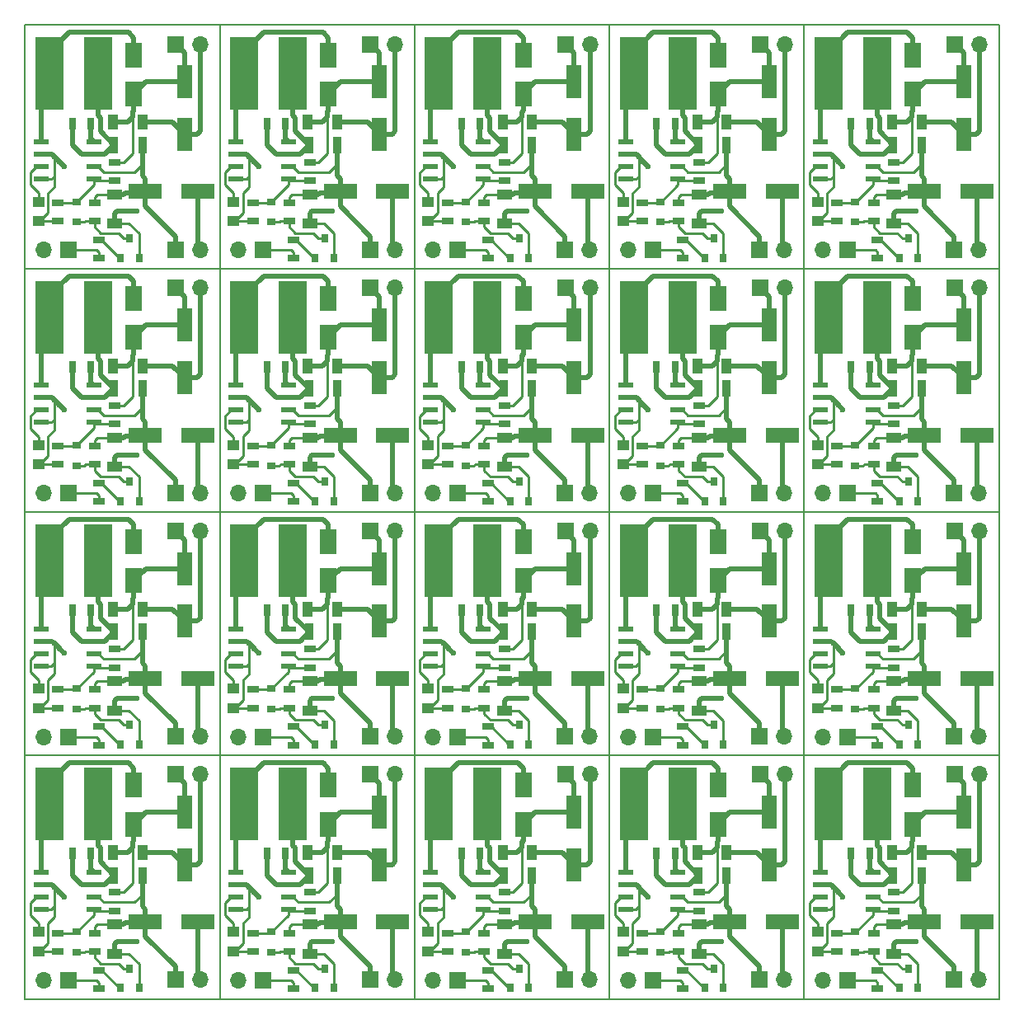
<source format=gtl>
G04 #@! TF.FileFunction,Copper,L1,Top,Signal*
%FSLAX46Y46*%
G04 Gerber Fmt 4.6, Leading zero omitted, Abs format (unit mm)*
G04 Created by KiCad (PCBNEW 4.0.2-stable) date 11/13/2017 5:19:07 PM*
%MOMM*%
G01*
G04 APERTURE LIST*
%ADD10C,0.100000*%
%ADD11C,0.150000*%
%ADD12R,1.300000X0.700000*%
%ADD13R,1.550000X0.600000*%
%ADD14R,0.700000X1.300000*%
%ADD15R,3.000000X7.500000*%
%ADD16R,1.600000X3.500000*%
%ADD17R,1.700000X1.700000*%
%ADD18O,1.700000X1.700000*%
%ADD19R,1.800000X2.500000*%
%ADD20R,1.000000X1.600000*%
%ADD21R,0.900000X1.700000*%
%ADD22R,3.500000X1.600000*%
%ADD23R,1.600000X1.000000*%
%ADD24R,0.800000X0.900000*%
%ADD25R,0.900000X0.800000*%
%ADD26R,1.250000X1.000000*%
%ADD27C,0.600000*%
%ADD28C,0.500000*%
%ADD29C,0.250000*%
G04 APERTURE END LIST*
D10*
D11*
X110000000Y-140000000D02*
X110000000Y-115000000D01*
X90000000Y-140000000D02*
X110000000Y-140000000D01*
X110000000Y-115000000D02*
X90000000Y-115000000D01*
X90000000Y-140000000D02*
X90000000Y-115000000D01*
X110000000Y-115000000D02*
X110000000Y-140000000D01*
X130000000Y-140000000D02*
X130000000Y-115000000D01*
X110000000Y-140000000D02*
X130000000Y-140000000D01*
X130000000Y-115000000D02*
X130000000Y-140000000D01*
X130000000Y-140000000D02*
X150000000Y-140000000D01*
X130000000Y-115000000D02*
X110000000Y-115000000D01*
X150000000Y-115000000D02*
X130000000Y-115000000D01*
X150000000Y-115000000D02*
X150000000Y-140000000D01*
X170000000Y-115000000D02*
X150000000Y-115000000D01*
X150000000Y-140000000D02*
X150000000Y-115000000D01*
X150000000Y-140000000D02*
X170000000Y-140000000D01*
X170000000Y-140000000D02*
X170000000Y-115000000D01*
X70000000Y-115000000D02*
X70000000Y-140000000D01*
X90000000Y-115000000D02*
X90000000Y-140000000D01*
X70000000Y-140000000D02*
X90000000Y-140000000D01*
X90000000Y-115000000D02*
X70000000Y-115000000D01*
X110000000Y-115000000D02*
X110000000Y-90000000D01*
X90000000Y-115000000D02*
X110000000Y-115000000D01*
X110000000Y-90000000D02*
X90000000Y-90000000D01*
X90000000Y-115000000D02*
X90000000Y-90000000D01*
X110000000Y-90000000D02*
X110000000Y-115000000D01*
X130000000Y-115000000D02*
X130000000Y-90000000D01*
X110000000Y-115000000D02*
X130000000Y-115000000D01*
X130000000Y-90000000D02*
X130000000Y-115000000D01*
X130000000Y-115000000D02*
X150000000Y-115000000D01*
X130000000Y-90000000D02*
X110000000Y-90000000D01*
X150000000Y-90000000D02*
X130000000Y-90000000D01*
X150000000Y-90000000D02*
X150000000Y-115000000D01*
X170000000Y-90000000D02*
X150000000Y-90000000D01*
X150000000Y-115000000D02*
X150000000Y-90000000D01*
X150000000Y-115000000D02*
X170000000Y-115000000D01*
X170000000Y-115000000D02*
X170000000Y-90000000D01*
X70000000Y-90000000D02*
X70000000Y-115000000D01*
X90000000Y-90000000D02*
X90000000Y-115000000D01*
X70000000Y-115000000D02*
X90000000Y-115000000D01*
X90000000Y-90000000D02*
X70000000Y-90000000D01*
X110000000Y-90000000D02*
X110000000Y-65000000D01*
X90000000Y-90000000D02*
X110000000Y-90000000D01*
X110000000Y-65000000D02*
X90000000Y-65000000D01*
X90000000Y-90000000D02*
X90000000Y-65000000D01*
X110000000Y-65000000D02*
X110000000Y-90000000D01*
X130000000Y-90000000D02*
X130000000Y-65000000D01*
X110000000Y-90000000D02*
X130000000Y-90000000D01*
X130000000Y-65000000D02*
X130000000Y-90000000D01*
X130000000Y-90000000D02*
X150000000Y-90000000D01*
X130000000Y-65000000D02*
X110000000Y-65000000D01*
X150000000Y-65000000D02*
X130000000Y-65000000D01*
X150000000Y-65000000D02*
X150000000Y-90000000D01*
X170000000Y-65000000D02*
X150000000Y-65000000D01*
X150000000Y-90000000D02*
X150000000Y-65000000D01*
X150000000Y-90000000D02*
X170000000Y-90000000D01*
X170000000Y-90000000D02*
X170000000Y-65000000D01*
X70000000Y-65000000D02*
X70000000Y-90000000D01*
X90000000Y-65000000D02*
X90000000Y-90000000D01*
X70000000Y-90000000D02*
X90000000Y-90000000D01*
X90000000Y-65000000D02*
X70000000Y-65000000D01*
X150000000Y-40000000D02*
X150000000Y-65000000D01*
X170000000Y-65000000D02*
X170000000Y-40000000D01*
X170000000Y-40000000D02*
X150000000Y-40000000D01*
X150000000Y-65000000D02*
X170000000Y-65000000D01*
X130000000Y-40000000D02*
X130000000Y-65000000D01*
X150000000Y-65000000D02*
X150000000Y-40000000D01*
X150000000Y-40000000D02*
X130000000Y-40000000D01*
X130000000Y-65000000D02*
X150000000Y-65000000D01*
X110000000Y-40000000D02*
X110000000Y-65000000D01*
X130000000Y-65000000D02*
X130000000Y-40000000D01*
X130000000Y-40000000D02*
X110000000Y-40000000D01*
X110000000Y-65000000D02*
X130000000Y-65000000D01*
X90000000Y-40000000D02*
X90000000Y-65000000D01*
X110000000Y-65000000D02*
X110000000Y-40000000D01*
X110000000Y-40000000D02*
X90000000Y-40000000D01*
X90000000Y-65000000D02*
X110000000Y-65000000D01*
X90000000Y-40000000D02*
X70000000Y-40000000D01*
X90000000Y-65000000D02*
X90000000Y-40000000D01*
X70000000Y-65000000D02*
X90000000Y-65000000D01*
X70000000Y-40000000D02*
X70000000Y-65000000D01*
D12*
X159220000Y-129061200D03*
X159220000Y-130961200D03*
D13*
X151643200Y-126988600D03*
X151643200Y-128258600D03*
X151643200Y-129528600D03*
X151643200Y-130798600D03*
X157043200Y-130798600D03*
X157043200Y-129528600D03*
X157043200Y-128258600D03*
X157043200Y-126988600D03*
D14*
X154830800Y-125083600D03*
X156730800Y-125083600D03*
D15*
X157500000Y-120000000D03*
X152500000Y-120000000D03*
D16*
X166382800Y-120816400D03*
X166382800Y-126216400D03*
D17*
X165468400Y-116955600D03*
D18*
X168008400Y-116955600D03*
D19*
X161150400Y-122054400D03*
X161150400Y-118054400D03*
D20*
X159040800Y-124982000D03*
X162040800Y-124982000D03*
D21*
X162041600Y-127318800D03*
X159141600Y-127318800D03*
D22*
X162362000Y-132094000D03*
X167762000Y-132094000D03*
D23*
X159220000Y-135372000D03*
X159220000Y-132372000D03*
D12*
X157137200Y-133226800D03*
X157137200Y-135126800D03*
X157543600Y-137036800D03*
X157543600Y-138936800D03*
D17*
X165417600Y-138037600D03*
D18*
X167957600Y-138037600D03*
D24*
X159794000Y-138885200D03*
X161694000Y-138885200D03*
X160744000Y-136885200D03*
D17*
X145417600Y-138037600D03*
D18*
X147957600Y-138037600D03*
D17*
X154444800Y-138088400D03*
D18*
X151904800Y-138088400D03*
D22*
X142362000Y-132094000D03*
X147762000Y-132094000D03*
D12*
X153378000Y-133226800D03*
X153378000Y-135126800D03*
D25*
X155257600Y-133126800D03*
X155257600Y-135226800D03*
D26*
X151396800Y-133126000D03*
X151396800Y-135126000D03*
D24*
X139794000Y-138885200D03*
X141694000Y-138885200D03*
X140744000Y-136885200D03*
D21*
X142041600Y-127318800D03*
X139141600Y-127318800D03*
D19*
X141150400Y-122054400D03*
X141150400Y-118054400D03*
D17*
X145468400Y-116955600D03*
D18*
X148008400Y-116955600D03*
D16*
X146382800Y-120816400D03*
X146382800Y-126216400D03*
D20*
X139040800Y-124982000D03*
X142040800Y-124982000D03*
D16*
X106382800Y-120816400D03*
X106382800Y-126216400D03*
D17*
X105468400Y-116955600D03*
D18*
X108008400Y-116955600D03*
D20*
X99040800Y-124982000D03*
X102040800Y-124982000D03*
D19*
X101150400Y-122054400D03*
X101150400Y-118054400D03*
X81150400Y-122054400D03*
X81150400Y-118054400D03*
D15*
X77500000Y-120000000D03*
X72500000Y-120000000D03*
D14*
X74830800Y-125083600D03*
X76730800Y-125083600D03*
D21*
X82041600Y-127318800D03*
X79141600Y-127318800D03*
D20*
X79040800Y-124982000D03*
X82040800Y-124982000D03*
D12*
X79220000Y-129061200D03*
X79220000Y-130961200D03*
D13*
X71643200Y-126988600D03*
X71643200Y-128258600D03*
X71643200Y-129528600D03*
X71643200Y-130798600D03*
X77043200Y-130798600D03*
X77043200Y-129528600D03*
X77043200Y-128258600D03*
X77043200Y-126988600D03*
D23*
X79220000Y-135372000D03*
X79220000Y-132372000D03*
D17*
X85417600Y-138037600D03*
D18*
X87957600Y-138037600D03*
D12*
X93378000Y-133226800D03*
X93378000Y-135126800D03*
D25*
X95257600Y-133126800D03*
X95257600Y-135226800D03*
D17*
X94444800Y-138088400D03*
D18*
X91904800Y-138088400D03*
D26*
X91396800Y-133126000D03*
X91396800Y-135126000D03*
D22*
X82362000Y-132094000D03*
X87762000Y-132094000D03*
D24*
X79794000Y-138885200D03*
X81694000Y-138885200D03*
X80744000Y-136885200D03*
D12*
X97137200Y-133226800D03*
X97137200Y-135126800D03*
X99220000Y-129061200D03*
X99220000Y-130961200D03*
X97543600Y-137036800D03*
X97543600Y-138936800D03*
D23*
X99220000Y-135372000D03*
X99220000Y-132372000D03*
D24*
X99794000Y-138885200D03*
X101694000Y-138885200D03*
X100744000Y-136885200D03*
D22*
X102362000Y-132094000D03*
X107762000Y-132094000D03*
D17*
X105417600Y-138037600D03*
D18*
X107957600Y-138037600D03*
D21*
X102041600Y-127318800D03*
X99141600Y-127318800D03*
D17*
X85468400Y-116955600D03*
D18*
X88008400Y-116955600D03*
D14*
X94830800Y-125083600D03*
X96730800Y-125083600D03*
D15*
X97500000Y-120000000D03*
X92500000Y-120000000D03*
D13*
X91643200Y-126988600D03*
X91643200Y-128258600D03*
X91643200Y-129528600D03*
X91643200Y-130798600D03*
X97043200Y-130798600D03*
X97043200Y-129528600D03*
X97043200Y-128258600D03*
X97043200Y-126988600D03*
D16*
X86382800Y-120816400D03*
X86382800Y-126216400D03*
D12*
X77137200Y-133226800D03*
X77137200Y-135126800D03*
X77543600Y-137036800D03*
X77543600Y-138936800D03*
D25*
X75257600Y-133126800D03*
X75257600Y-135226800D03*
D12*
X73378000Y-133226800D03*
X73378000Y-135126800D03*
D26*
X71396800Y-133126000D03*
X71396800Y-135126000D03*
D17*
X74444800Y-138088400D03*
D18*
X71904800Y-138088400D03*
D12*
X133378000Y-133226800D03*
X133378000Y-135126800D03*
D23*
X139220000Y-135372000D03*
X139220000Y-132372000D03*
D12*
X139220000Y-129061200D03*
X139220000Y-130961200D03*
D13*
X131643200Y-126988600D03*
X131643200Y-128258600D03*
X131643200Y-129528600D03*
X131643200Y-130798600D03*
X137043200Y-130798600D03*
X137043200Y-129528600D03*
X137043200Y-128258600D03*
X137043200Y-126988600D03*
D14*
X134830800Y-125083600D03*
X136730800Y-125083600D03*
D15*
X137500000Y-120000000D03*
X132500000Y-120000000D03*
D17*
X125468400Y-116955600D03*
D18*
X128008400Y-116955600D03*
D21*
X122041600Y-127318800D03*
X119141600Y-127318800D03*
D20*
X119040800Y-124982000D03*
X122040800Y-124982000D03*
D16*
X126382800Y-120816400D03*
X126382800Y-126216400D03*
D19*
X121150400Y-122054400D03*
X121150400Y-118054400D03*
D12*
X119220000Y-129061200D03*
X119220000Y-130961200D03*
D13*
X111643200Y-126988600D03*
X111643200Y-128258600D03*
X111643200Y-129528600D03*
X111643200Y-130798600D03*
X117043200Y-130798600D03*
X117043200Y-129528600D03*
X117043200Y-128258600D03*
X117043200Y-126988600D03*
D14*
X114830800Y-125083600D03*
X116730800Y-125083600D03*
D15*
X117500000Y-120000000D03*
X112500000Y-120000000D03*
D24*
X119794000Y-138885200D03*
X121694000Y-138885200D03*
X120744000Y-136885200D03*
D22*
X122362000Y-132094000D03*
X127762000Y-132094000D03*
D17*
X125417600Y-138037600D03*
D18*
X127957600Y-138037600D03*
D23*
X119220000Y-135372000D03*
X119220000Y-132372000D03*
D17*
X114444800Y-138088400D03*
D18*
X111904800Y-138088400D03*
D26*
X111396800Y-133126000D03*
X111396800Y-135126000D03*
D12*
X113378000Y-133226800D03*
X113378000Y-135126800D03*
D25*
X115257600Y-133126800D03*
X115257600Y-135226800D03*
D12*
X117543600Y-137036800D03*
X117543600Y-138936800D03*
X117137200Y-133226800D03*
X117137200Y-135126800D03*
D25*
X135257600Y-133126800D03*
X135257600Y-135226800D03*
D12*
X137137200Y-133226800D03*
X137137200Y-135126800D03*
D17*
X134444800Y-138088400D03*
D18*
X131904800Y-138088400D03*
D12*
X137543600Y-137036800D03*
X137543600Y-138936800D03*
D26*
X131396800Y-133126000D03*
X131396800Y-135126000D03*
D12*
X159220000Y-104061200D03*
X159220000Y-105961200D03*
D13*
X151643200Y-101988600D03*
X151643200Y-103258600D03*
X151643200Y-104528600D03*
X151643200Y-105798600D03*
X157043200Y-105798600D03*
X157043200Y-104528600D03*
X157043200Y-103258600D03*
X157043200Y-101988600D03*
D14*
X154830800Y-100083600D03*
X156730800Y-100083600D03*
D15*
X157500000Y-95000000D03*
X152500000Y-95000000D03*
D16*
X166382800Y-95816400D03*
X166382800Y-101216400D03*
D17*
X165468400Y-91955600D03*
D18*
X168008400Y-91955600D03*
D19*
X161150400Y-97054400D03*
X161150400Y-93054400D03*
D20*
X159040800Y-99982000D03*
X162040800Y-99982000D03*
D21*
X162041600Y-102318800D03*
X159141600Y-102318800D03*
D22*
X162362000Y-107094000D03*
X167762000Y-107094000D03*
D23*
X159220000Y-110372000D03*
X159220000Y-107372000D03*
D12*
X157137200Y-108226800D03*
X157137200Y-110126800D03*
X157543600Y-112036800D03*
X157543600Y-113936800D03*
D17*
X165417600Y-113037600D03*
D18*
X167957600Y-113037600D03*
D24*
X159794000Y-113885200D03*
X161694000Y-113885200D03*
X160744000Y-111885200D03*
D17*
X145417600Y-113037600D03*
D18*
X147957600Y-113037600D03*
D17*
X154444800Y-113088400D03*
D18*
X151904800Y-113088400D03*
D22*
X142362000Y-107094000D03*
X147762000Y-107094000D03*
D12*
X153378000Y-108226800D03*
X153378000Y-110126800D03*
D25*
X155257600Y-108126800D03*
X155257600Y-110226800D03*
D26*
X151396800Y-108126000D03*
X151396800Y-110126000D03*
D24*
X139794000Y-113885200D03*
X141694000Y-113885200D03*
X140744000Y-111885200D03*
D21*
X142041600Y-102318800D03*
X139141600Y-102318800D03*
D19*
X141150400Y-97054400D03*
X141150400Y-93054400D03*
D17*
X145468400Y-91955600D03*
D18*
X148008400Y-91955600D03*
D16*
X146382800Y-95816400D03*
X146382800Y-101216400D03*
D20*
X139040800Y-99982000D03*
X142040800Y-99982000D03*
D16*
X106382800Y-95816400D03*
X106382800Y-101216400D03*
D17*
X105468400Y-91955600D03*
D18*
X108008400Y-91955600D03*
D20*
X99040800Y-99982000D03*
X102040800Y-99982000D03*
D19*
X101150400Y-97054400D03*
X101150400Y-93054400D03*
X81150400Y-97054400D03*
X81150400Y-93054400D03*
D15*
X77500000Y-95000000D03*
X72500000Y-95000000D03*
D14*
X74830800Y-100083600D03*
X76730800Y-100083600D03*
D21*
X82041600Y-102318800D03*
X79141600Y-102318800D03*
D20*
X79040800Y-99982000D03*
X82040800Y-99982000D03*
D12*
X79220000Y-104061200D03*
X79220000Y-105961200D03*
D13*
X71643200Y-101988600D03*
X71643200Y-103258600D03*
X71643200Y-104528600D03*
X71643200Y-105798600D03*
X77043200Y-105798600D03*
X77043200Y-104528600D03*
X77043200Y-103258600D03*
X77043200Y-101988600D03*
D23*
X79220000Y-110372000D03*
X79220000Y-107372000D03*
D17*
X85417600Y-113037600D03*
D18*
X87957600Y-113037600D03*
D12*
X93378000Y-108226800D03*
X93378000Y-110126800D03*
D25*
X95257600Y-108126800D03*
X95257600Y-110226800D03*
D17*
X94444800Y-113088400D03*
D18*
X91904800Y-113088400D03*
D26*
X91396800Y-108126000D03*
X91396800Y-110126000D03*
D22*
X82362000Y-107094000D03*
X87762000Y-107094000D03*
D24*
X79794000Y-113885200D03*
X81694000Y-113885200D03*
X80744000Y-111885200D03*
D12*
X97137200Y-108226800D03*
X97137200Y-110126800D03*
X99220000Y-104061200D03*
X99220000Y-105961200D03*
X97543600Y-112036800D03*
X97543600Y-113936800D03*
D23*
X99220000Y-110372000D03*
X99220000Y-107372000D03*
D24*
X99794000Y-113885200D03*
X101694000Y-113885200D03*
X100744000Y-111885200D03*
D22*
X102362000Y-107094000D03*
X107762000Y-107094000D03*
D17*
X105417600Y-113037600D03*
D18*
X107957600Y-113037600D03*
D21*
X102041600Y-102318800D03*
X99141600Y-102318800D03*
D17*
X85468400Y-91955600D03*
D18*
X88008400Y-91955600D03*
D14*
X94830800Y-100083600D03*
X96730800Y-100083600D03*
D15*
X97500000Y-95000000D03*
X92500000Y-95000000D03*
D13*
X91643200Y-101988600D03*
X91643200Y-103258600D03*
X91643200Y-104528600D03*
X91643200Y-105798600D03*
X97043200Y-105798600D03*
X97043200Y-104528600D03*
X97043200Y-103258600D03*
X97043200Y-101988600D03*
D16*
X86382800Y-95816400D03*
X86382800Y-101216400D03*
D12*
X77137200Y-108226800D03*
X77137200Y-110126800D03*
X77543600Y-112036800D03*
X77543600Y-113936800D03*
D25*
X75257600Y-108126800D03*
X75257600Y-110226800D03*
D12*
X73378000Y-108226800D03*
X73378000Y-110126800D03*
D26*
X71396800Y-108126000D03*
X71396800Y-110126000D03*
D17*
X74444800Y-113088400D03*
D18*
X71904800Y-113088400D03*
D12*
X133378000Y-108226800D03*
X133378000Y-110126800D03*
D23*
X139220000Y-110372000D03*
X139220000Y-107372000D03*
D12*
X139220000Y-104061200D03*
X139220000Y-105961200D03*
D13*
X131643200Y-101988600D03*
X131643200Y-103258600D03*
X131643200Y-104528600D03*
X131643200Y-105798600D03*
X137043200Y-105798600D03*
X137043200Y-104528600D03*
X137043200Y-103258600D03*
X137043200Y-101988600D03*
D14*
X134830800Y-100083600D03*
X136730800Y-100083600D03*
D15*
X137500000Y-95000000D03*
X132500000Y-95000000D03*
D17*
X125468400Y-91955600D03*
D18*
X128008400Y-91955600D03*
D21*
X122041600Y-102318800D03*
X119141600Y-102318800D03*
D20*
X119040800Y-99982000D03*
X122040800Y-99982000D03*
D16*
X126382800Y-95816400D03*
X126382800Y-101216400D03*
D19*
X121150400Y-97054400D03*
X121150400Y-93054400D03*
D12*
X119220000Y-104061200D03*
X119220000Y-105961200D03*
D13*
X111643200Y-101988600D03*
X111643200Y-103258600D03*
X111643200Y-104528600D03*
X111643200Y-105798600D03*
X117043200Y-105798600D03*
X117043200Y-104528600D03*
X117043200Y-103258600D03*
X117043200Y-101988600D03*
D14*
X114830800Y-100083600D03*
X116730800Y-100083600D03*
D15*
X117500000Y-95000000D03*
X112500000Y-95000000D03*
D24*
X119794000Y-113885200D03*
X121694000Y-113885200D03*
X120744000Y-111885200D03*
D22*
X122362000Y-107094000D03*
X127762000Y-107094000D03*
D17*
X125417600Y-113037600D03*
D18*
X127957600Y-113037600D03*
D23*
X119220000Y-110372000D03*
X119220000Y-107372000D03*
D17*
X114444800Y-113088400D03*
D18*
X111904800Y-113088400D03*
D26*
X111396800Y-108126000D03*
X111396800Y-110126000D03*
D12*
X113378000Y-108226800D03*
X113378000Y-110126800D03*
D25*
X115257600Y-108126800D03*
X115257600Y-110226800D03*
D12*
X117543600Y-112036800D03*
X117543600Y-113936800D03*
X117137200Y-108226800D03*
X117137200Y-110126800D03*
D25*
X135257600Y-108126800D03*
X135257600Y-110226800D03*
D12*
X137137200Y-108226800D03*
X137137200Y-110126800D03*
D17*
X134444800Y-113088400D03*
D18*
X131904800Y-113088400D03*
D12*
X137543600Y-112036800D03*
X137543600Y-113936800D03*
D26*
X131396800Y-108126000D03*
X131396800Y-110126000D03*
D12*
X159220000Y-79061200D03*
X159220000Y-80961200D03*
D13*
X151643200Y-76988600D03*
X151643200Y-78258600D03*
X151643200Y-79528600D03*
X151643200Y-80798600D03*
X157043200Y-80798600D03*
X157043200Y-79528600D03*
X157043200Y-78258600D03*
X157043200Y-76988600D03*
D14*
X154830800Y-75083600D03*
X156730800Y-75083600D03*
D15*
X157500000Y-70000000D03*
X152500000Y-70000000D03*
D16*
X166382800Y-70816400D03*
X166382800Y-76216400D03*
D17*
X165468400Y-66955600D03*
D18*
X168008400Y-66955600D03*
D19*
X161150400Y-72054400D03*
X161150400Y-68054400D03*
D20*
X159040800Y-74982000D03*
X162040800Y-74982000D03*
D21*
X162041600Y-77318800D03*
X159141600Y-77318800D03*
D22*
X162362000Y-82094000D03*
X167762000Y-82094000D03*
D23*
X159220000Y-85372000D03*
X159220000Y-82372000D03*
D12*
X157137200Y-83226800D03*
X157137200Y-85126800D03*
X157543600Y-87036800D03*
X157543600Y-88936800D03*
D17*
X165417600Y-88037600D03*
D18*
X167957600Y-88037600D03*
D24*
X159794000Y-88885200D03*
X161694000Y-88885200D03*
X160744000Y-86885200D03*
D17*
X145417600Y-88037600D03*
D18*
X147957600Y-88037600D03*
D17*
X154444800Y-88088400D03*
D18*
X151904800Y-88088400D03*
D22*
X142362000Y-82094000D03*
X147762000Y-82094000D03*
D12*
X153378000Y-83226800D03*
X153378000Y-85126800D03*
D25*
X155257600Y-83126800D03*
X155257600Y-85226800D03*
D26*
X151396800Y-83126000D03*
X151396800Y-85126000D03*
D24*
X139794000Y-88885200D03*
X141694000Y-88885200D03*
X140744000Y-86885200D03*
D21*
X142041600Y-77318800D03*
X139141600Y-77318800D03*
D19*
X141150400Y-72054400D03*
X141150400Y-68054400D03*
D17*
X145468400Y-66955600D03*
D18*
X148008400Y-66955600D03*
D16*
X146382800Y-70816400D03*
X146382800Y-76216400D03*
D20*
X139040800Y-74982000D03*
X142040800Y-74982000D03*
D16*
X106382800Y-70816400D03*
X106382800Y-76216400D03*
D17*
X105468400Y-66955600D03*
D18*
X108008400Y-66955600D03*
D20*
X99040800Y-74982000D03*
X102040800Y-74982000D03*
D19*
X101150400Y-72054400D03*
X101150400Y-68054400D03*
X81150400Y-72054400D03*
X81150400Y-68054400D03*
D15*
X77500000Y-70000000D03*
X72500000Y-70000000D03*
D14*
X74830800Y-75083600D03*
X76730800Y-75083600D03*
D21*
X82041600Y-77318800D03*
X79141600Y-77318800D03*
D20*
X79040800Y-74982000D03*
X82040800Y-74982000D03*
D12*
X79220000Y-79061200D03*
X79220000Y-80961200D03*
D13*
X71643200Y-76988600D03*
X71643200Y-78258600D03*
X71643200Y-79528600D03*
X71643200Y-80798600D03*
X77043200Y-80798600D03*
X77043200Y-79528600D03*
X77043200Y-78258600D03*
X77043200Y-76988600D03*
D23*
X79220000Y-85372000D03*
X79220000Y-82372000D03*
D17*
X85417600Y-88037600D03*
D18*
X87957600Y-88037600D03*
D12*
X93378000Y-83226800D03*
X93378000Y-85126800D03*
D25*
X95257600Y-83126800D03*
X95257600Y-85226800D03*
D17*
X94444800Y-88088400D03*
D18*
X91904800Y-88088400D03*
D26*
X91396800Y-83126000D03*
X91396800Y-85126000D03*
D22*
X82362000Y-82094000D03*
X87762000Y-82094000D03*
D24*
X79794000Y-88885200D03*
X81694000Y-88885200D03*
X80744000Y-86885200D03*
D12*
X97137200Y-83226800D03*
X97137200Y-85126800D03*
X99220000Y-79061200D03*
X99220000Y-80961200D03*
X97543600Y-87036800D03*
X97543600Y-88936800D03*
D23*
X99220000Y-85372000D03*
X99220000Y-82372000D03*
D24*
X99794000Y-88885200D03*
X101694000Y-88885200D03*
X100744000Y-86885200D03*
D22*
X102362000Y-82094000D03*
X107762000Y-82094000D03*
D17*
X105417600Y-88037600D03*
D18*
X107957600Y-88037600D03*
D21*
X102041600Y-77318800D03*
X99141600Y-77318800D03*
D17*
X85468400Y-66955600D03*
D18*
X88008400Y-66955600D03*
D14*
X94830800Y-75083600D03*
X96730800Y-75083600D03*
D15*
X97500000Y-70000000D03*
X92500000Y-70000000D03*
D13*
X91643200Y-76988600D03*
X91643200Y-78258600D03*
X91643200Y-79528600D03*
X91643200Y-80798600D03*
X97043200Y-80798600D03*
X97043200Y-79528600D03*
X97043200Y-78258600D03*
X97043200Y-76988600D03*
D16*
X86382800Y-70816400D03*
X86382800Y-76216400D03*
D12*
X77137200Y-83226800D03*
X77137200Y-85126800D03*
X77543600Y-87036800D03*
X77543600Y-88936800D03*
D25*
X75257600Y-83126800D03*
X75257600Y-85226800D03*
D12*
X73378000Y-83226800D03*
X73378000Y-85126800D03*
D26*
X71396800Y-83126000D03*
X71396800Y-85126000D03*
D17*
X74444800Y-88088400D03*
D18*
X71904800Y-88088400D03*
D12*
X133378000Y-83226800D03*
X133378000Y-85126800D03*
D23*
X139220000Y-85372000D03*
X139220000Y-82372000D03*
D12*
X139220000Y-79061200D03*
X139220000Y-80961200D03*
D13*
X131643200Y-76988600D03*
X131643200Y-78258600D03*
X131643200Y-79528600D03*
X131643200Y-80798600D03*
X137043200Y-80798600D03*
X137043200Y-79528600D03*
X137043200Y-78258600D03*
X137043200Y-76988600D03*
D14*
X134830800Y-75083600D03*
X136730800Y-75083600D03*
D15*
X137500000Y-70000000D03*
X132500000Y-70000000D03*
D17*
X125468400Y-66955600D03*
D18*
X128008400Y-66955600D03*
D21*
X122041600Y-77318800D03*
X119141600Y-77318800D03*
D20*
X119040800Y-74982000D03*
X122040800Y-74982000D03*
D16*
X126382800Y-70816400D03*
X126382800Y-76216400D03*
D19*
X121150400Y-72054400D03*
X121150400Y-68054400D03*
D12*
X119220000Y-79061200D03*
X119220000Y-80961200D03*
D13*
X111643200Y-76988600D03*
X111643200Y-78258600D03*
X111643200Y-79528600D03*
X111643200Y-80798600D03*
X117043200Y-80798600D03*
X117043200Y-79528600D03*
X117043200Y-78258600D03*
X117043200Y-76988600D03*
D14*
X114830800Y-75083600D03*
X116730800Y-75083600D03*
D15*
X117500000Y-70000000D03*
X112500000Y-70000000D03*
D24*
X119794000Y-88885200D03*
X121694000Y-88885200D03*
X120744000Y-86885200D03*
D22*
X122362000Y-82094000D03*
X127762000Y-82094000D03*
D17*
X125417600Y-88037600D03*
D18*
X127957600Y-88037600D03*
D23*
X119220000Y-85372000D03*
X119220000Y-82372000D03*
D17*
X114444800Y-88088400D03*
D18*
X111904800Y-88088400D03*
D26*
X111396800Y-83126000D03*
X111396800Y-85126000D03*
D12*
X113378000Y-83226800D03*
X113378000Y-85126800D03*
D25*
X115257600Y-83126800D03*
X115257600Y-85226800D03*
D12*
X117543600Y-87036800D03*
X117543600Y-88936800D03*
X117137200Y-83226800D03*
X117137200Y-85126800D03*
D25*
X135257600Y-83126800D03*
X135257600Y-85226800D03*
D12*
X137137200Y-83226800D03*
X137137200Y-85126800D03*
D17*
X134444800Y-88088400D03*
D18*
X131904800Y-88088400D03*
D12*
X137543600Y-87036800D03*
X137543600Y-88936800D03*
D26*
X131396800Y-83126000D03*
X131396800Y-85126000D03*
D17*
X165417600Y-63037600D03*
D18*
X167957600Y-63037600D03*
D22*
X162362000Y-57094000D03*
X167762000Y-57094000D03*
D21*
X162041600Y-52318800D03*
X159141600Y-52318800D03*
D20*
X159040800Y-49982000D03*
X162040800Y-49982000D03*
D12*
X157543600Y-62036800D03*
X157543600Y-63936800D03*
D24*
X159794000Y-63885200D03*
X161694000Y-63885200D03*
X160744000Y-61885200D03*
D12*
X157137200Y-58226800D03*
X157137200Y-60126800D03*
D23*
X159220000Y-60372000D03*
X159220000Y-57372000D03*
D17*
X154444800Y-63088400D03*
D18*
X151904800Y-63088400D03*
D19*
X161150400Y-47054400D03*
X161150400Y-43054400D03*
D17*
X165468400Y-41955600D03*
D18*
X168008400Y-41955600D03*
D15*
X157500000Y-45000000D03*
X152500000Y-45000000D03*
D16*
X166382800Y-45816400D03*
X166382800Y-51216400D03*
D14*
X154830800Y-50083600D03*
X156730800Y-50083600D03*
D13*
X151643200Y-51988600D03*
X151643200Y-53258600D03*
X151643200Y-54528600D03*
X151643200Y-55798600D03*
X157043200Y-55798600D03*
X157043200Y-54528600D03*
X157043200Y-53258600D03*
X157043200Y-51988600D03*
D25*
X155257600Y-58126800D03*
X155257600Y-60226800D03*
D12*
X159220000Y-54061200D03*
X159220000Y-55961200D03*
X153378000Y-58226800D03*
X153378000Y-60126800D03*
D26*
X151396800Y-58126000D03*
X151396800Y-60126000D03*
D17*
X145417600Y-63037600D03*
D18*
X147957600Y-63037600D03*
D22*
X142362000Y-57094000D03*
X147762000Y-57094000D03*
D21*
X142041600Y-52318800D03*
X139141600Y-52318800D03*
D20*
X139040800Y-49982000D03*
X142040800Y-49982000D03*
D12*
X137543600Y-62036800D03*
X137543600Y-63936800D03*
D24*
X139794000Y-63885200D03*
X141694000Y-63885200D03*
X140744000Y-61885200D03*
D12*
X137137200Y-58226800D03*
X137137200Y-60126800D03*
D23*
X139220000Y-60372000D03*
X139220000Y-57372000D03*
D17*
X134444800Y-63088400D03*
D18*
X131904800Y-63088400D03*
D19*
X141150400Y-47054400D03*
X141150400Y-43054400D03*
D17*
X145468400Y-41955600D03*
D18*
X148008400Y-41955600D03*
D15*
X137500000Y-45000000D03*
X132500000Y-45000000D03*
D16*
X146382800Y-45816400D03*
X146382800Y-51216400D03*
D14*
X134830800Y-50083600D03*
X136730800Y-50083600D03*
D13*
X131643200Y-51988600D03*
X131643200Y-53258600D03*
X131643200Y-54528600D03*
X131643200Y-55798600D03*
X137043200Y-55798600D03*
X137043200Y-54528600D03*
X137043200Y-53258600D03*
X137043200Y-51988600D03*
D25*
X135257600Y-58126800D03*
X135257600Y-60226800D03*
D12*
X139220000Y-54061200D03*
X139220000Y-55961200D03*
X133378000Y-58226800D03*
X133378000Y-60126800D03*
D26*
X131396800Y-58126000D03*
X131396800Y-60126000D03*
D17*
X125417600Y-63037600D03*
D18*
X127957600Y-63037600D03*
D22*
X122362000Y-57094000D03*
X127762000Y-57094000D03*
D21*
X122041600Y-52318800D03*
X119141600Y-52318800D03*
D20*
X119040800Y-49982000D03*
X122040800Y-49982000D03*
D12*
X117543600Y-62036800D03*
X117543600Y-63936800D03*
D24*
X119794000Y-63885200D03*
X121694000Y-63885200D03*
X120744000Y-61885200D03*
D12*
X117137200Y-58226800D03*
X117137200Y-60126800D03*
D23*
X119220000Y-60372000D03*
X119220000Y-57372000D03*
D17*
X114444800Y-63088400D03*
D18*
X111904800Y-63088400D03*
D19*
X121150400Y-47054400D03*
X121150400Y-43054400D03*
D17*
X125468400Y-41955600D03*
D18*
X128008400Y-41955600D03*
D15*
X117500000Y-45000000D03*
X112500000Y-45000000D03*
D16*
X126382800Y-45816400D03*
X126382800Y-51216400D03*
D14*
X114830800Y-50083600D03*
X116730800Y-50083600D03*
D13*
X111643200Y-51988600D03*
X111643200Y-53258600D03*
X111643200Y-54528600D03*
X111643200Y-55798600D03*
X117043200Y-55798600D03*
X117043200Y-54528600D03*
X117043200Y-53258600D03*
X117043200Y-51988600D03*
D25*
X115257600Y-58126800D03*
X115257600Y-60226800D03*
D12*
X119220000Y-54061200D03*
X119220000Y-55961200D03*
X113378000Y-58226800D03*
X113378000Y-60126800D03*
D26*
X111396800Y-58126000D03*
X111396800Y-60126000D03*
D17*
X105417600Y-63037600D03*
D18*
X107957600Y-63037600D03*
D22*
X102362000Y-57094000D03*
X107762000Y-57094000D03*
D21*
X102041600Y-52318800D03*
X99141600Y-52318800D03*
D20*
X99040800Y-49982000D03*
X102040800Y-49982000D03*
D12*
X97543600Y-62036800D03*
X97543600Y-63936800D03*
D24*
X99794000Y-63885200D03*
X101694000Y-63885200D03*
X100744000Y-61885200D03*
D12*
X97137200Y-58226800D03*
X97137200Y-60126800D03*
D23*
X99220000Y-60372000D03*
X99220000Y-57372000D03*
D17*
X94444800Y-63088400D03*
D18*
X91904800Y-63088400D03*
D19*
X101150400Y-47054400D03*
X101150400Y-43054400D03*
D17*
X105468400Y-41955600D03*
D18*
X108008400Y-41955600D03*
D15*
X97500000Y-45000000D03*
X92500000Y-45000000D03*
D16*
X106382800Y-45816400D03*
X106382800Y-51216400D03*
D14*
X94830800Y-50083600D03*
X96730800Y-50083600D03*
D13*
X91643200Y-51988600D03*
X91643200Y-53258600D03*
X91643200Y-54528600D03*
X91643200Y-55798600D03*
X97043200Y-55798600D03*
X97043200Y-54528600D03*
X97043200Y-53258600D03*
X97043200Y-51988600D03*
D25*
X95257600Y-58126800D03*
X95257600Y-60226800D03*
D12*
X99220000Y-54061200D03*
X99220000Y-55961200D03*
X93378000Y-58226800D03*
X93378000Y-60126800D03*
D26*
X91396800Y-58126000D03*
X91396800Y-60126000D03*
X71396800Y-58126000D03*
X71396800Y-60126000D03*
D22*
X82362000Y-57094000D03*
X87762000Y-57094000D03*
D16*
X86382800Y-45816400D03*
X86382800Y-51216400D03*
D20*
X79040800Y-49982000D03*
X82040800Y-49982000D03*
D23*
X79220000Y-60372000D03*
X79220000Y-57372000D03*
D25*
X75257600Y-58126800D03*
X75257600Y-60226800D03*
D15*
X77500000Y-45000000D03*
X72500000Y-45000000D03*
D17*
X85417600Y-63037600D03*
D18*
X87957600Y-63037600D03*
D17*
X74444800Y-63088400D03*
D18*
X71904800Y-63088400D03*
D17*
X85468400Y-41955600D03*
D18*
X88008400Y-41955600D03*
D24*
X79794000Y-63885200D03*
X81694000Y-63885200D03*
X80744000Y-61885200D03*
D14*
X74830800Y-50083600D03*
X76730800Y-50083600D03*
D21*
X82041600Y-52318800D03*
X79141600Y-52318800D03*
D12*
X79220000Y-54061200D03*
X79220000Y-55961200D03*
X73378000Y-58226800D03*
X73378000Y-60126800D03*
X77137200Y-58226800D03*
X77137200Y-60126800D03*
X77543600Y-62036800D03*
X77543600Y-63936800D03*
D13*
X71643200Y-51988600D03*
X71643200Y-53258600D03*
X71643200Y-54528600D03*
X71643200Y-55798600D03*
X77043200Y-55798600D03*
X77043200Y-54528600D03*
X77043200Y-53258600D03*
X77043200Y-51988600D03*
D19*
X81150400Y-47054400D03*
X81150400Y-43054400D03*
D27*
X140083600Y-134126000D03*
X141506000Y-134126000D03*
X140794800Y-134126000D03*
X133987600Y-129503200D03*
X133000000Y-128500000D03*
X133500000Y-129000000D03*
X80083600Y-134126000D03*
X80794800Y-134126000D03*
X73987600Y-129503200D03*
X73000000Y-128500000D03*
X81506000Y-134126000D03*
X73500000Y-129000000D03*
X153500000Y-129000000D03*
X153987600Y-129503200D03*
X161506000Y-134126000D03*
X160083600Y-134126000D03*
X160794800Y-134126000D03*
X153000000Y-128500000D03*
X93987600Y-129503200D03*
X101506000Y-134126000D03*
X100083600Y-134126000D03*
X93000000Y-128500000D03*
X93500000Y-129000000D03*
X100794800Y-134126000D03*
X120083600Y-134126000D03*
X113987600Y-129503200D03*
X120794800Y-134126000D03*
X113500000Y-129000000D03*
X121506000Y-134126000D03*
X113000000Y-128500000D03*
X140083600Y-109126000D03*
X141506000Y-109126000D03*
X140794800Y-109126000D03*
X133987600Y-104503200D03*
X133000000Y-103500000D03*
X133500000Y-104000000D03*
X80083600Y-109126000D03*
X80794800Y-109126000D03*
X73987600Y-104503200D03*
X73000000Y-103500000D03*
X81506000Y-109126000D03*
X73500000Y-104000000D03*
X153500000Y-104000000D03*
X153987600Y-104503200D03*
X161506000Y-109126000D03*
X160083600Y-109126000D03*
X160794800Y-109126000D03*
X153000000Y-103500000D03*
X93987600Y-104503200D03*
X101506000Y-109126000D03*
X100083600Y-109126000D03*
X93000000Y-103500000D03*
X93500000Y-104000000D03*
X100794800Y-109126000D03*
X120083600Y-109126000D03*
X113987600Y-104503200D03*
X120794800Y-109126000D03*
X113500000Y-104000000D03*
X121506000Y-109126000D03*
X113000000Y-103500000D03*
X140083600Y-84126000D03*
X141506000Y-84126000D03*
X140794800Y-84126000D03*
X133987600Y-79503200D03*
X133000000Y-78500000D03*
X133500000Y-79000000D03*
X80083600Y-84126000D03*
X80794800Y-84126000D03*
X73987600Y-79503200D03*
X73000000Y-78500000D03*
X81506000Y-84126000D03*
X73500000Y-79000000D03*
X153500000Y-79000000D03*
X153987600Y-79503200D03*
X161506000Y-84126000D03*
X160083600Y-84126000D03*
X160794800Y-84126000D03*
X153000000Y-78500000D03*
X93987600Y-79503200D03*
X101506000Y-84126000D03*
X100083600Y-84126000D03*
X93000000Y-78500000D03*
X93500000Y-79000000D03*
X100794800Y-84126000D03*
X120083600Y-84126000D03*
X113987600Y-79503200D03*
X120794800Y-84126000D03*
X113500000Y-79000000D03*
X121506000Y-84126000D03*
X113000000Y-78500000D03*
X160083600Y-59126000D03*
X153500000Y-54000000D03*
X153987600Y-54503200D03*
X160794800Y-59126000D03*
X161506000Y-59126000D03*
X153000000Y-53500000D03*
X140083600Y-59126000D03*
X133500000Y-54000000D03*
X133987600Y-54503200D03*
X140794800Y-59126000D03*
X141506000Y-59126000D03*
X133000000Y-53500000D03*
X120083600Y-59126000D03*
X113500000Y-54000000D03*
X113987600Y-54503200D03*
X120794800Y-59126000D03*
X121506000Y-59126000D03*
X113000000Y-53500000D03*
X100083600Y-59126000D03*
X93500000Y-54000000D03*
X93987600Y-54503200D03*
X100794800Y-59126000D03*
X101506000Y-59126000D03*
X93000000Y-53500000D03*
X81506000Y-59126000D03*
X80794800Y-59126000D03*
X73987600Y-54503200D03*
X73500000Y-54000000D03*
X73000000Y-53500000D03*
X80083600Y-59126000D03*
D28*
X147682800Y-126216400D02*
X148008400Y-125890800D01*
X146382800Y-126216400D02*
X147682800Y-126216400D01*
X145148400Y-124982000D02*
X146382800Y-126216400D01*
X142040800Y-124982000D02*
X145148400Y-124982000D01*
X147762000Y-132094000D02*
X147762000Y-137842000D01*
X147762000Y-137842000D02*
X147957600Y-138037600D01*
D29*
X151396800Y-135126000D02*
X151521800Y-135126000D01*
X151396800Y-135126000D02*
X153377200Y-135126000D01*
X153377200Y-135126000D02*
X153378000Y-135126800D01*
X151521800Y-135126000D02*
X152362000Y-134285800D01*
X152362000Y-134285800D02*
X152362000Y-132246400D01*
X153000000Y-131608400D02*
X153000000Y-130366800D01*
X152701400Y-130798600D02*
X153000000Y-130500000D01*
X152362000Y-132246400D02*
X153000000Y-131608400D01*
X153000000Y-130500000D02*
X153000000Y-130366800D01*
X151643200Y-130798600D02*
X152701400Y-130798600D01*
D28*
X153000000Y-128500000D02*
X153500000Y-129000000D01*
X151643200Y-128258600D02*
X152758600Y-128258600D01*
D29*
X153000000Y-130366800D02*
X153000000Y-128500000D01*
D28*
X152758600Y-128258600D02*
X153000000Y-128500000D01*
D29*
X161694000Y-138185200D02*
X161694000Y-138885200D01*
X161694000Y-136400198D02*
X161694000Y-138185200D01*
X160665802Y-135372000D02*
X161694000Y-136400198D01*
D28*
X160794800Y-134126000D02*
X161506000Y-134126000D01*
X159466000Y-134126000D02*
X160083600Y-134126000D01*
X159220000Y-135372000D02*
X159220000Y-134372000D01*
X160083600Y-134126000D02*
X160794800Y-134126000D01*
D29*
X159220000Y-135372000D02*
X160665802Y-135372000D01*
D28*
X159220000Y-134372000D02*
X159466000Y-134126000D01*
X167762000Y-132094000D02*
X167762000Y-137842000D01*
X167762000Y-137842000D02*
X167957600Y-138037600D01*
D29*
X153500000Y-129000000D02*
X153500000Y-129015600D01*
D28*
X153500000Y-129015600D02*
X153987600Y-129503200D01*
X148008400Y-125890800D02*
X148008400Y-118157681D01*
X148008400Y-118157681D02*
X148008400Y-116955600D01*
X162040800Y-124982000D02*
X165148400Y-124982000D01*
X167682800Y-126216400D02*
X168008400Y-125890800D01*
X165148400Y-124982000D02*
X166382800Y-126216400D01*
X166382800Y-126216400D02*
X167682800Y-126216400D01*
X168008400Y-118157681D02*
X168008400Y-116955600D01*
X168008400Y-125890800D02*
X168008400Y-118157681D01*
D29*
X113377200Y-135126000D02*
X113378000Y-135126800D01*
X111396800Y-135126000D02*
X113377200Y-135126000D01*
X111396800Y-135126000D02*
X111521800Y-135126000D01*
X111521800Y-135126000D02*
X112362000Y-134285800D01*
X112362000Y-134285800D02*
X112362000Y-132246400D01*
X111643200Y-130798600D02*
X112701400Y-130798600D01*
X113000000Y-130500000D02*
X113000000Y-130366800D01*
X113000000Y-131608400D02*
X113000000Y-130366800D01*
X112362000Y-132246400D02*
X113000000Y-131608400D01*
X112701400Y-130798600D02*
X113000000Y-130500000D01*
D28*
X113500000Y-129015600D02*
X113987600Y-129503200D01*
X112758600Y-128258600D02*
X113000000Y-128500000D01*
D29*
X113000000Y-130366800D02*
X113000000Y-128500000D01*
X113500000Y-129000000D02*
X113500000Y-129015600D01*
D28*
X113000000Y-128500000D02*
X113500000Y-129000000D01*
X111643200Y-128258600D02*
X112758600Y-128258600D01*
X108008400Y-118157681D02*
X108008400Y-116955600D01*
X108008400Y-125890800D02*
X108008400Y-118157681D01*
X125148400Y-124982000D02*
X126382800Y-126216400D01*
X122040800Y-124982000D02*
X125148400Y-124982000D01*
X128008400Y-118157681D02*
X128008400Y-116955600D01*
X127682800Y-126216400D02*
X128008400Y-125890800D01*
X126382800Y-126216400D02*
X127682800Y-126216400D01*
X128008400Y-125890800D02*
X128008400Y-118157681D01*
D29*
X133377200Y-135126000D02*
X133378000Y-135126800D01*
X131396800Y-135126000D02*
X133377200Y-135126000D01*
X131521800Y-135126000D02*
X132362000Y-134285800D01*
X131396800Y-135126000D02*
X131521800Y-135126000D01*
X132362000Y-134285800D02*
X132362000Y-132246400D01*
X131643200Y-130798600D02*
X132701400Y-130798600D01*
X132701400Y-130798600D02*
X133000000Y-130500000D01*
X132362000Y-132246400D02*
X133000000Y-131608400D01*
X133000000Y-131608400D02*
X133000000Y-130366800D01*
X133000000Y-130500000D02*
X133000000Y-130366800D01*
D28*
X131643200Y-128258600D02*
X132758600Y-128258600D01*
X133000000Y-128500000D02*
X133500000Y-129000000D01*
X132758600Y-128258600D02*
X133000000Y-128500000D01*
X133500000Y-129015600D02*
X133987600Y-129503200D01*
D29*
X133500000Y-129000000D02*
X133500000Y-129015600D01*
X133000000Y-130366800D02*
X133000000Y-128500000D01*
D28*
X139466000Y-134126000D02*
X140083600Y-134126000D01*
D29*
X140665802Y-135372000D02*
X141694000Y-136400198D01*
X139220000Y-135372000D02*
X140665802Y-135372000D01*
D28*
X140083600Y-134126000D02*
X140794800Y-134126000D01*
X140794800Y-134126000D02*
X141506000Y-134126000D01*
X139220000Y-134372000D02*
X139466000Y-134126000D01*
X139220000Y-135372000D02*
X139220000Y-134372000D01*
D29*
X141694000Y-136400198D02*
X141694000Y-138185200D01*
X141694000Y-138185200D02*
X141694000Y-138885200D01*
D28*
X119466000Y-134126000D02*
X120083600Y-134126000D01*
D29*
X120665802Y-135372000D02*
X121694000Y-136400198D01*
D28*
X119220000Y-134372000D02*
X119466000Y-134126000D01*
X120794800Y-134126000D02*
X121506000Y-134126000D01*
D29*
X119220000Y-135372000D02*
X120665802Y-135372000D01*
D28*
X119220000Y-135372000D02*
X119220000Y-134372000D01*
X120083600Y-134126000D02*
X120794800Y-134126000D01*
D29*
X121694000Y-138185200D02*
X121694000Y-138885200D01*
D28*
X127762000Y-137842000D02*
X127957600Y-138037600D01*
X127762000Y-132094000D02*
X127762000Y-137842000D01*
D29*
X121694000Y-136400198D02*
X121694000Y-138185200D01*
X81694000Y-136400198D02*
X81694000Y-138185200D01*
X81694000Y-138185200D02*
X81694000Y-138885200D01*
D28*
X79466000Y-134126000D02*
X80083600Y-134126000D01*
X79220000Y-134372000D02*
X79466000Y-134126000D01*
D29*
X80665802Y-135372000D02*
X81694000Y-136400198D01*
D28*
X80794800Y-134126000D02*
X81506000Y-134126000D01*
D29*
X79220000Y-135372000D02*
X80665802Y-135372000D01*
D28*
X80083600Y-134126000D02*
X80794800Y-134126000D01*
X79220000Y-135372000D02*
X79220000Y-134372000D01*
D29*
X73377200Y-135126000D02*
X73378000Y-135126800D01*
X71521800Y-135126000D02*
X72362000Y-134285800D01*
X71396800Y-135126000D02*
X73377200Y-135126000D01*
X71396800Y-135126000D02*
X71521800Y-135126000D01*
X72362000Y-134285800D02*
X72362000Y-132246400D01*
X73000000Y-131608400D02*
X73000000Y-130366800D01*
X73000000Y-130500000D02*
X73000000Y-130366800D01*
X72362000Y-132246400D02*
X73000000Y-131608400D01*
X72701400Y-130798600D02*
X73000000Y-130500000D01*
D28*
X107682800Y-126216400D02*
X108008400Y-125890800D01*
X106382800Y-126216400D02*
X107682800Y-126216400D01*
X102040800Y-124982000D02*
X105148400Y-124982000D01*
X105148400Y-124982000D02*
X106382800Y-126216400D01*
X100083600Y-134126000D02*
X100794800Y-134126000D01*
X100794800Y-134126000D02*
X101506000Y-134126000D01*
X107762000Y-132094000D02*
X107762000Y-137842000D01*
D29*
X101694000Y-138185200D02*
X101694000Y-138885200D01*
D28*
X107762000Y-137842000D02*
X107957600Y-138037600D01*
D29*
X101694000Y-136400198D02*
X101694000Y-138185200D01*
D28*
X99220000Y-134372000D02*
X99466000Y-134126000D01*
X99466000Y-134126000D02*
X100083600Y-134126000D01*
D29*
X99220000Y-135372000D02*
X100665802Y-135372000D01*
D28*
X99220000Y-135372000D02*
X99220000Y-134372000D01*
D29*
X100665802Y-135372000D02*
X101694000Y-136400198D01*
X71643200Y-130798600D02*
X72701400Y-130798600D01*
D28*
X71643200Y-128258600D02*
X72758600Y-128258600D01*
D29*
X73500000Y-129000000D02*
X73500000Y-129015600D01*
D28*
X73000000Y-128500000D02*
X73500000Y-129000000D01*
X72758600Y-128258600D02*
X73000000Y-128500000D01*
D29*
X73000000Y-130366800D02*
X73000000Y-128500000D01*
D28*
X73500000Y-129015600D02*
X73987600Y-129503200D01*
X87682800Y-126216400D02*
X88008400Y-125890800D01*
X86382800Y-126216400D02*
X87682800Y-126216400D01*
X85148400Y-124982000D02*
X86382800Y-126216400D01*
X82040800Y-124982000D02*
X85148400Y-124982000D01*
D29*
X93000000Y-130366800D02*
X93000000Y-128500000D01*
D28*
X93000000Y-128500000D02*
X93500000Y-129000000D01*
X93500000Y-129015600D02*
X93987600Y-129503200D01*
D29*
X93500000Y-129000000D02*
X93500000Y-129015600D01*
D28*
X91643200Y-128258600D02*
X92758600Y-128258600D01*
X92758600Y-128258600D02*
X93000000Y-128500000D01*
X88008400Y-125890800D02*
X88008400Y-118157681D01*
X88008400Y-118157681D02*
X88008400Y-116955600D01*
D29*
X93000000Y-131608400D02*
X93000000Y-130366800D01*
X92701400Y-130798600D02*
X93000000Y-130500000D01*
X93000000Y-130500000D02*
X93000000Y-130366800D01*
X92362000Y-132246400D02*
X93000000Y-131608400D01*
X91643200Y-130798600D02*
X92701400Y-130798600D01*
X92362000Y-134285800D02*
X92362000Y-132246400D01*
X91396800Y-135126000D02*
X91521800Y-135126000D01*
X91521800Y-135126000D02*
X92362000Y-134285800D01*
D28*
X87762000Y-132094000D02*
X87762000Y-137842000D01*
X87762000Y-137842000D02*
X87957600Y-138037600D01*
D29*
X93377200Y-135126000D02*
X93378000Y-135126800D01*
X91396800Y-135126000D02*
X93377200Y-135126000D01*
D28*
X147682800Y-101216400D02*
X148008400Y-100890800D01*
X146382800Y-101216400D02*
X147682800Y-101216400D01*
X145148400Y-99982000D02*
X146382800Y-101216400D01*
X142040800Y-99982000D02*
X145148400Y-99982000D01*
X147762000Y-107094000D02*
X147762000Y-112842000D01*
X147762000Y-112842000D02*
X147957600Y-113037600D01*
D29*
X151396800Y-110126000D02*
X151521800Y-110126000D01*
X151396800Y-110126000D02*
X153377200Y-110126000D01*
X153377200Y-110126000D02*
X153378000Y-110126800D01*
X151521800Y-110126000D02*
X152362000Y-109285800D01*
X152362000Y-109285800D02*
X152362000Y-107246400D01*
X153000000Y-106608400D02*
X153000000Y-105366800D01*
X152701400Y-105798600D02*
X153000000Y-105500000D01*
X152362000Y-107246400D02*
X153000000Y-106608400D01*
X153000000Y-105500000D02*
X153000000Y-105366800D01*
X151643200Y-105798600D02*
X152701400Y-105798600D01*
D28*
X153000000Y-103500000D02*
X153500000Y-104000000D01*
X151643200Y-103258600D02*
X152758600Y-103258600D01*
D29*
X153000000Y-105366800D02*
X153000000Y-103500000D01*
D28*
X152758600Y-103258600D02*
X153000000Y-103500000D01*
D29*
X161694000Y-113185200D02*
X161694000Y-113885200D01*
X161694000Y-111400198D02*
X161694000Y-113185200D01*
X160665802Y-110372000D02*
X161694000Y-111400198D01*
D28*
X160794800Y-109126000D02*
X161506000Y-109126000D01*
X159466000Y-109126000D02*
X160083600Y-109126000D01*
X159220000Y-110372000D02*
X159220000Y-109372000D01*
X160083600Y-109126000D02*
X160794800Y-109126000D01*
D29*
X159220000Y-110372000D02*
X160665802Y-110372000D01*
D28*
X159220000Y-109372000D02*
X159466000Y-109126000D01*
X167762000Y-107094000D02*
X167762000Y-112842000D01*
X167762000Y-112842000D02*
X167957600Y-113037600D01*
D29*
X153500000Y-104000000D02*
X153500000Y-104015600D01*
D28*
X153500000Y-104015600D02*
X153987600Y-104503200D01*
X148008400Y-100890800D02*
X148008400Y-93157681D01*
X148008400Y-93157681D02*
X148008400Y-91955600D01*
X162040800Y-99982000D02*
X165148400Y-99982000D01*
X167682800Y-101216400D02*
X168008400Y-100890800D01*
X165148400Y-99982000D02*
X166382800Y-101216400D01*
X166382800Y-101216400D02*
X167682800Y-101216400D01*
X168008400Y-93157681D02*
X168008400Y-91955600D01*
X168008400Y-100890800D02*
X168008400Y-93157681D01*
D29*
X113377200Y-110126000D02*
X113378000Y-110126800D01*
X111396800Y-110126000D02*
X113377200Y-110126000D01*
X111396800Y-110126000D02*
X111521800Y-110126000D01*
X111521800Y-110126000D02*
X112362000Y-109285800D01*
X112362000Y-109285800D02*
X112362000Y-107246400D01*
X111643200Y-105798600D02*
X112701400Y-105798600D01*
X113000000Y-105500000D02*
X113000000Y-105366800D01*
X113000000Y-106608400D02*
X113000000Y-105366800D01*
X112362000Y-107246400D02*
X113000000Y-106608400D01*
X112701400Y-105798600D02*
X113000000Y-105500000D01*
D28*
X113500000Y-104015600D02*
X113987600Y-104503200D01*
X112758600Y-103258600D02*
X113000000Y-103500000D01*
D29*
X113000000Y-105366800D02*
X113000000Y-103500000D01*
X113500000Y-104000000D02*
X113500000Y-104015600D01*
D28*
X113000000Y-103500000D02*
X113500000Y-104000000D01*
X111643200Y-103258600D02*
X112758600Y-103258600D01*
X108008400Y-93157681D02*
X108008400Y-91955600D01*
X108008400Y-100890800D02*
X108008400Y-93157681D01*
X125148400Y-99982000D02*
X126382800Y-101216400D01*
X122040800Y-99982000D02*
X125148400Y-99982000D01*
X128008400Y-93157681D02*
X128008400Y-91955600D01*
X127682800Y-101216400D02*
X128008400Y-100890800D01*
X126382800Y-101216400D02*
X127682800Y-101216400D01*
X128008400Y-100890800D02*
X128008400Y-93157681D01*
D29*
X133377200Y-110126000D02*
X133378000Y-110126800D01*
X131396800Y-110126000D02*
X133377200Y-110126000D01*
X131521800Y-110126000D02*
X132362000Y-109285800D01*
X131396800Y-110126000D02*
X131521800Y-110126000D01*
X132362000Y-109285800D02*
X132362000Y-107246400D01*
X131643200Y-105798600D02*
X132701400Y-105798600D01*
X132701400Y-105798600D02*
X133000000Y-105500000D01*
X132362000Y-107246400D02*
X133000000Y-106608400D01*
X133000000Y-106608400D02*
X133000000Y-105366800D01*
X133000000Y-105500000D02*
X133000000Y-105366800D01*
D28*
X131643200Y-103258600D02*
X132758600Y-103258600D01*
X133000000Y-103500000D02*
X133500000Y-104000000D01*
X132758600Y-103258600D02*
X133000000Y-103500000D01*
X133500000Y-104015600D02*
X133987600Y-104503200D01*
D29*
X133500000Y-104000000D02*
X133500000Y-104015600D01*
X133000000Y-105366800D02*
X133000000Y-103500000D01*
D28*
X139466000Y-109126000D02*
X140083600Y-109126000D01*
D29*
X140665802Y-110372000D02*
X141694000Y-111400198D01*
X139220000Y-110372000D02*
X140665802Y-110372000D01*
D28*
X140083600Y-109126000D02*
X140794800Y-109126000D01*
X140794800Y-109126000D02*
X141506000Y-109126000D01*
X139220000Y-109372000D02*
X139466000Y-109126000D01*
X139220000Y-110372000D02*
X139220000Y-109372000D01*
D29*
X141694000Y-111400198D02*
X141694000Y-113185200D01*
X141694000Y-113185200D02*
X141694000Y-113885200D01*
D28*
X119466000Y-109126000D02*
X120083600Y-109126000D01*
D29*
X120665802Y-110372000D02*
X121694000Y-111400198D01*
D28*
X119220000Y-109372000D02*
X119466000Y-109126000D01*
X120794800Y-109126000D02*
X121506000Y-109126000D01*
D29*
X119220000Y-110372000D02*
X120665802Y-110372000D01*
D28*
X119220000Y-110372000D02*
X119220000Y-109372000D01*
X120083600Y-109126000D02*
X120794800Y-109126000D01*
D29*
X121694000Y-113185200D02*
X121694000Y-113885200D01*
D28*
X127762000Y-112842000D02*
X127957600Y-113037600D01*
X127762000Y-107094000D02*
X127762000Y-112842000D01*
D29*
X121694000Y-111400198D02*
X121694000Y-113185200D01*
X81694000Y-111400198D02*
X81694000Y-113185200D01*
X81694000Y-113185200D02*
X81694000Y-113885200D01*
D28*
X79466000Y-109126000D02*
X80083600Y-109126000D01*
X79220000Y-109372000D02*
X79466000Y-109126000D01*
D29*
X80665802Y-110372000D02*
X81694000Y-111400198D01*
D28*
X80794800Y-109126000D02*
X81506000Y-109126000D01*
D29*
X79220000Y-110372000D02*
X80665802Y-110372000D01*
D28*
X80083600Y-109126000D02*
X80794800Y-109126000D01*
X79220000Y-110372000D02*
X79220000Y-109372000D01*
D29*
X73377200Y-110126000D02*
X73378000Y-110126800D01*
X71521800Y-110126000D02*
X72362000Y-109285800D01*
X71396800Y-110126000D02*
X73377200Y-110126000D01*
X71396800Y-110126000D02*
X71521800Y-110126000D01*
X72362000Y-109285800D02*
X72362000Y-107246400D01*
X73000000Y-106608400D02*
X73000000Y-105366800D01*
X73000000Y-105500000D02*
X73000000Y-105366800D01*
X72362000Y-107246400D02*
X73000000Y-106608400D01*
X72701400Y-105798600D02*
X73000000Y-105500000D01*
D28*
X107682800Y-101216400D02*
X108008400Y-100890800D01*
X106382800Y-101216400D02*
X107682800Y-101216400D01*
X102040800Y-99982000D02*
X105148400Y-99982000D01*
X105148400Y-99982000D02*
X106382800Y-101216400D01*
X100083600Y-109126000D02*
X100794800Y-109126000D01*
X100794800Y-109126000D02*
X101506000Y-109126000D01*
X107762000Y-107094000D02*
X107762000Y-112842000D01*
D29*
X101694000Y-113185200D02*
X101694000Y-113885200D01*
D28*
X107762000Y-112842000D02*
X107957600Y-113037600D01*
D29*
X101694000Y-111400198D02*
X101694000Y-113185200D01*
D28*
X99220000Y-109372000D02*
X99466000Y-109126000D01*
X99466000Y-109126000D02*
X100083600Y-109126000D01*
D29*
X99220000Y-110372000D02*
X100665802Y-110372000D01*
D28*
X99220000Y-110372000D02*
X99220000Y-109372000D01*
D29*
X100665802Y-110372000D02*
X101694000Y-111400198D01*
X71643200Y-105798600D02*
X72701400Y-105798600D01*
D28*
X71643200Y-103258600D02*
X72758600Y-103258600D01*
D29*
X73500000Y-104000000D02*
X73500000Y-104015600D01*
D28*
X73000000Y-103500000D02*
X73500000Y-104000000D01*
X72758600Y-103258600D02*
X73000000Y-103500000D01*
D29*
X73000000Y-105366800D02*
X73000000Y-103500000D01*
D28*
X73500000Y-104015600D02*
X73987600Y-104503200D01*
X87682800Y-101216400D02*
X88008400Y-100890800D01*
X86382800Y-101216400D02*
X87682800Y-101216400D01*
X85148400Y-99982000D02*
X86382800Y-101216400D01*
X82040800Y-99982000D02*
X85148400Y-99982000D01*
D29*
X93000000Y-105366800D02*
X93000000Y-103500000D01*
D28*
X93000000Y-103500000D02*
X93500000Y-104000000D01*
X93500000Y-104015600D02*
X93987600Y-104503200D01*
D29*
X93500000Y-104000000D02*
X93500000Y-104015600D01*
D28*
X91643200Y-103258600D02*
X92758600Y-103258600D01*
X92758600Y-103258600D02*
X93000000Y-103500000D01*
X88008400Y-100890800D02*
X88008400Y-93157681D01*
X88008400Y-93157681D02*
X88008400Y-91955600D01*
D29*
X93000000Y-106608400D02*
X93000000Y-105366800D01*
X92701400Y-105798600D02*
X93000000Y-105500000D01*
X93000000Y-105500000D02*
X93000000Y-105366800D01*
X92362000Y-107246400D02*
X93000000Y-106608400D01*
X91643200Y-105798600D02*
X92701400Y-105798600D01*
X92362000Y-109285800D02*
X92362000Y-107246400D01*
X91396800Y-110126000D02*
X91521800Y-110126000D01*
X91521800Y-110126000D02*
X92362000Y-109285800D01*
D28*
X87762000Y-107094000D02*
X87762000Y-112842000D01*
X87762000Y-112842000D02*
X87957600Y-113037600D01*
D29*
X93377200Y-110126000D02*
X93378000Y-110126800D01*
X91396800Y-110126000D02*
X93377200Y-110126000D01*
D28*
X147682800Y-76216400D02*
X148008400Y-75890800D01*
X146382800Y-76216400D02*
X147682800Y-76216400D01*
X145148400Y-74982000D02*
X146382800Y-76216400D01*
X142040800Y-74982000D02*
X145148400Y-74982000D01*
X147762000Y-82094000D02*
X147762000Y-87842000D01*
X147762000Y-87842000D02*
X147957600Y-88037600D01*
D29*
X151396800Y-85126000D02*
X151521800Y-85126000D01*
X151396800Y-85126000D02*
X153377200Y-85126000D01*
X153377200Y-85126000D02*
X153378000Y-85126800D01*
X151521800Y-85126000D02*
X152362000Y-84285800D01*
X152362000Y-84285800D02*
X152362000Y-82246400D01*
X153000000Y-81608400D02*
X153000000Y-80366800D01*
X152701400Y-80798600D02*
X153000000Y-80500000D01*
X152362000Y-82246400D02*
X153000000Y-81608400D01*
X153000000Y-80500000D02*
X153000000Y-80366800D01*
X151643200Y-80798600D02*
X152701400Y-80798600D01*
D28*
X153000000Y-78500000D02*
X153500000Y-79000000D01*
X151643200Y-78258600D02*
X152758600Y-78258600D01*
D29*
X153000000Y-80366800D02*
X153000000Y-78500000D01*
D28*
X152758600Y-78258600D02*
X153000000Y-78500000D01*
D29*
X161694000Y-88185200D02*
X161694000Y-88885200D01*
X161694000Y-86400198D02*
X161694000Y-88185200D01*
X160665802Y-85372000D02*
X161694000Y-86400198D01*
D28*
X160794800Y-84126000D02*
X161506000Y-84126000D01*
X159466000Y-84126000D02*
X160083600Y-84126000D01*
X159220000Y-85372000D02*
X159220000Y-84372000D01*
X160083600Y-84126000D02*
X160794800Y-84126000D01*
D29*
X159220000Y-85372000D02*
X160665802Y-85372000D01*
D28*
X159220000Y-84372000D02*
X159466000Y-84126000D01*
X167762000Y-82094000D02*
X167762000Y-87842000D01*
X167762000Y-87842000D02*
X167957600Y-88037600D01*
D29*
X153500000Y-79000000D02*
X153500000Y-79015600D01*
D28*
X153500000Y-79015600D02*
X153987600Y-79503200D01*
X148008400Y-75890800D02*
X148008400Y-68157681D01*
X148008400Y-68157681D02*
X148008400Y-66955600D01*
X162040800Y-74982000D02*
X165148400Y-74982000D01*
X167682800Y-76216400D02*
X168008400Y-75890800D01*
X165148400Y-74982000D02*
X166382800Y-76216400D01*
X166382800Y-76216400D02*
X167682800Y-76216400D01*
X168008400Y-68157681D02*
X168008400Y-66955600D01*
X168008400Y-75890800D02*
X168008400Y-68157681D01*
D29*
X113377200Y-85126000D02*
X113378000Y-85126800D01*
X111396800Y-85126000D02*
X113377200Y-85126000D01*
X111396800Y-85126000D02*
X111521800Y-85126000D01*
X111521800Y-85126000D02*
X112362000Y-84285800D01*
X112362000Y-84285800D02*
X112362000Y-82246400D01*
X111643200Y-80798600D02*
X112701400Y-80798600D01*
X113000000Y-80500000D02*
X113000000Y-80366800D01*
X113000000Y-81608400D02*
X113000000Y-80366800D01*
X112362000Y-82246400D02*
X113000000Y-81608400D01*
X112701400Y-80798600D02*
X113000000Y-80500000D01*
D28*
X113500000Y-79015600D02*
X113987600Y-79503200D01*
X112758600Y-78258600D02*
X113000000Y-78500000D01*
D29*
X113000000Y-80366800D02*
X113000000Y-78500000D01*
X113500000Y-79000000D02*
X113500000Y-79015600D01*
D28*
X113000000Y-78500000D02*
X113500000Y-79000000D01*
X111643200Y-78258600D02*
X112758600Y-78258600D01*
X108008400Y-68157681D02*
X108008400Y-66955600D01*
X108008400Y-75890800D02*
X108008400Y-68157681D01*
X125148400Y-74982000D02*
X126382800Y-76216400D01*
X122040800Y-74982000D02*
X125148400Y-74982000D01*
X128008400Y-68157681D02*
X128008400Y-66955600D01*
X127682800Y-76216400D02*
X128008400Y-75890800D01*
X126382800Y-76216400D02*
X127682800Y-76216400D01*
X128008400Y-75890800D02*
X128008400Y-68157681D01*
D29*
X133377200Y-85126000D02*
X133378000Y-85126800D01*
X131396800Y-85126000D02*
X133377200Y-85126000D01*
X131521800Y-85126000D02*
X132362000Y-84285800D01*
X131396800Y-85126000D02*
X131521800Y-85126000D01*
X132362000Y-84285800D02*
X132362000Y-82246400D01*
X131643200Y-80798600D02*
X132701400Y-80798600D01*
X132701400Y-80798600D02*
X133000000Y-80500000D01*
X132362000Y-82246400D02*
X133000000Y-81608400D01*
X133000000Y-81608400D02*
X133000000Y-80366800D01*
X133000000Y-80500000D02*
X133000000Y-80366800D01*
D28*
X131643200Y-78258600D02*
X132758600Y-78258600D01*
X133000000Y-78500000D02*
X133500000Y-79000000D01*
X132758600Y-78258600D02*
X133000000Y-78500000D01*
X133500000Y-79015600D02*
X133987600Y-79503200D01*
D29*
X133500000Y-79000000D02*
X133500000Y-79015600D01*
X133000000Y-80366800D02*
X133000000Y-78500000D01*
D28*
X139466000Y-84126000D02*
X140083600Y-84126000D01*
D29*
X140665802Y-85372000D02*
X141694000Y-86400198D01*
X139220000Y-85372000D02*
X140665802Y-85372000D01*
D28*
X140083600Y-84126000D02*
X140794800Y-84126000D01*
X140794800Y-84126000D02*
X141506000Y-84126000D01*
X139220000Y-84372000D02*
X139466000Y-84126000D01*
X139220000Y-85372000D02*
X139220000Y-84372000D01*
D29*
X141694000Y-86400198D02*
X141694000Y-88185200D01*
X141694000Y-88185200D02*
X141694000Y-88885200D01*
D28*
X119466000Y-84126000D02*
X120083600Y-84126000D01*
D29*
X120665802Y-85372000D02*
X121694000Y-86400198D01*
D28*
X119220000Y-84372000D02*
X119466000Y-84126000D01*
X120794800Y-84126000D02*
X121506000Y-84126000D01*
D29*
X119220000Y-85372000D02*
X120665802Y-85372000D01*
D28*
X119220000Y-85372000D02*
X119220000Y-84372000D01*
X120083600Y-84126000D02*
X120794800Y-84126000D01*
D29*
X121694000Y-88185200D02*
X121694000Y-88885200D01*
D28*
X127762000Y-87842000D02*
X127957600Y-88037600D01*
X127762000Y-82094000D02*
X127762000Y-87842000D01*
D29*
X121694000Y-86400198D02*
X121694000Y-88185200D01*
X81694000Y-86400198D02*
X81694000Y-88185200D01*
X81694000Y-88185200D02*
X81694000Y-88885200D01*
D28*
X79466000Y-84126000D02*
X80083600Y-84126000D01*
X79220000Y-84372000D02*
X79466000Y-84126000D01*
D29*
X80665802Y-85372000D02*
X81694000Y-86400198D01*
D28*
X80794800Y-84126000D02*
X81506000Y-84126000D01*
D29*
X79220000Y-85372000D02*
X80665802Y-85372000D01*
D28*
X80083600Y-84126000D02*
X80794800Y-84126000D01*
X79220000Y-85372000D02*
X79220000Y-84372000D01*
D29*
X73377200Y-85126000D02*
X73378000Y-85126800D01*
X71521800Y-85126000D02*
X72362000Y-84285800D01*
X71396800Y-85126000D02*
X73377200Y-85126000D01*
X71396800Y-85126000D02*
X71521800Y-85126000D01*
X72362000Y-84285800D02*
X72362000Y-82246400D01*
X73000000Y-81608400D02*
X73000000Y-80366800D01*
X73000000Y-80500000D02*
X73000000Y-80366800D01*
X72362000Y-82246400D02*
X73000000Y-81608400D01*
X72701400Y-80798600D02*
X73000000Y-80500000D01*
D28*
X107682800Y-76216400D02*
X108008400Y-75890800D01*
X106382800Y-76216400D02*
X107682800Y-76216400D01*
X102040800Y-74982000D02*
X105148400Y-74982000D01*
X105148400Y-74982000D02*
X106382800Y-76216400D01*
X100083600Y-84126000D02*
X100794800Y-84126000D01*
X100794800Y-84126000D02*
X101506000Y-84126000D01*
X107762000Y-82094000D02*
X107762000Y-87842000D01*
D29*
X101694000Y-88185200D02*
X101694000Y-88885200D01*
D28*
X107762000Y-87842000D02*
X107957600Y-88037600D01*
D29*
X101694000Y-86400198D02*
X101694000Y-88185200D01*
D28*
X99220000Y-84372000D02*
X99466000Y-84126000D01*
X99466000Y-84126000D02*
X100083600Y-84126000D01*
D29*
X99220000Y-85372000D02*
X100665802Y-85372000D01*
D28*
X99220000Y-85372000D02*
X99220000Y-84372000D01*
D29*
X100665802Y-85372000D02*
X101694000Y-86400198D01*
X71643200Y-80798600D02*
X72701400Y-80798600D01*
D28*
X71643200Y-78258600D02*
X72758600Y-78258600D01*
D29*
X73500000Y-79000000D02*
X73500000Y-79015600D01*
D28*
X73000000Y-78500000D02*
X73500000Y-79000000D01*
X72758600Y-78258600D02*
X73000000Y-78500000D01*
D29*
X73000000Y-80366800D02*
X73000000Y-78500000D01*
D28*
X73500000Y-79015600D02*
X73987600Y-79503200D01*
X87682800Y-76216400D02*
X88008400Y-75890800D01*
X86382800Y-76216400D02*
X87682800Y-76216400D01*
X85148400Y-74982000D02*
X86382800Y-76216400D01*
X82040800Y-74982000D02*
X85148400Y-74982000D01*
D29*
X93000000Y-80366800D02*
X93000000Y-78500000D01*
D28*
X93000000Y-78500000D02*
X93500000Y-79000000D01*
X93500000Y-79015600D02*
X93987600Y-79503200D01*
D29*
X93500000Y-79000000D02*
X93500000Y-79015600D01*
D28*
X91643200Y-78258600D02*
X92758600Y-78258600D01*
X92758600Y-78258600D02*
X93000000Y-78500000D01*
X88008400Y-75890800D02*
X88008400Y-68157681D01*
X88008400Y-68157681D02*
X88008400Y-66955600D01*
D29*
X93000000Y-81608400D02*
X93000000Y-80366800D01*
X92701400Y-80798600D02*
X93000000Y-80500000D01*
X93000000Y-80500000D02*
X93000000Y-80366800D01*
X92362000Y-82246400D02*
X93000000Y-81608400D01*
X91643200Y-80798600D02*
X92701400Y-80798600D01*
X92362000Y-84285800D02*
X92362000Y-82246400D01*
X91396800Y-85126000D02*
X91521800Y-85126000D01*
X91521800Y-85126000D02*
X92362000Y-84285800D01*
D28*
X87762000Y-82094000D02*
X87762000Y-87842000D01*
X87762000Y-87842000D02*
X87957600Y-88037600D01*
D29*
X93377200Y-85126000D02*
X93378000Y-85126800D01*
X91396800Y-85126000D02*
X93377200Y-85126000D01*
D28*
X168008400Y-43157681D02*
X168008400Y-41955600D01*
X168008400Y-50890800D02*
X168008400Y-43157681D01*
X165148400Y-49982000D02*
X166382800Y-51216400D01*
X167682800Y-51216400D02*
X168008400Y-50890800D01*
X166382800Y-51216400D02*
X167682800Y-51216400D01*
X162040800Y-49982000D02*
X165148400Y-49982000D01*
X167762000Y-62842000D02*
X167957600Y-63037600D01*
X167762000Y-57094000D02*
X167762000Y-62842000D01*
D29*
X161694000Y-63185200D02*
X161694000Y-63885200D01*
X161694000Y-61400198D02*
X161694000Y-63185200D01*
D28*
X159220000Y-59372000D02*
X159466000Y-59126000D01*
D29*
X160665802Y-60372000D02*
X161694000Y-61400198D01*
D28*
X159466000Y-59126000D02*
X160083600Y-59126000D01*
X159220000Y-60372000D02*
X159220000Y-59372000D01*
X160794800Y-59126000D02*
X161506000Y-59126000D01*
D29*
X159220000Y-60372000D02*
X160665802Y-60372000D01*
D28*
X160083600Y-59126000D02*
X160794800Y-59126000D01*
X151643200Y-53258600D02*
X152758600Y-53258600D01*
D29*
X153500000Y-54000000D02*
X153500000Y-54015600D01*
X153000000Y-55366800D02*
X153000000Y-53500000D01*
D28*
X153500000Y-54015600D02*
X153987600Y-54503200D01*
X153000000Y-53500000D02*
X153500000Y-54000000D01*
X152758600Y-53258600D02*
X153000000Y-53500000D01*
D29*
X151396800Y-60126000D02*
X153377200Y-60126000D01*
X153377200Y-60126000D02*
X153378000Y-60126800D01*
X151521800Y-60126000D02*
X152362000Y-59285800D01*
X151396800Y-60126000D02*
X151521800Y-60126000D01*
X152362000Y-59285800D02*
X152362000Y-57246400D01*
X151643200Y-55798600D02*
X152701400Y-55798600D01*
X152701400Y-55798600D02*
X153000000Y-55500000D01*
X153000000Y-56608400D02*
X153000000Y-55366800D01*
X152362000Y-57246400D02*
X153000000Y-56608400D01*
X153000000Y-55500000D02*
X153000000Y-55366800D01*
D28*
X148008400Y-43157681D02*
X148008400Y-41955600D01*
X148008400Y-50890800D02*
X148008400Y-43157681D01*
X145148400Y-49982000D02*
X146382800Y-51216400D01*
X147682800Y-51216400D02*
X148008400Y-50890800D01*
X146382800Y-51216400D02*
X147682800Y-51216400D01*
X142040800Y-49982000D02*
X145148400Y-49982000D01*
X147762000Y-62842000D02*
X147957600Y-63037600D01*
X147762000Y-57094000D02*
X147762000Y-62842000D01*
D29*
X141694000Y-63185200D02*
X141694000Y-63885200D01*
X141694000Y-61400198D02*
X141694000Y-63185200D01*
D28*
X139220000Y-59372000D02*
X139466000Y-59126000D01*
D29*
X140665802Y-60372000D02*
X141694000Y-61400198D01*
D28*
X139466000Y-59126000D02*
X140083600Y-59126000D01*
X139220000Y-60372000D02*
X139220000Y-59372000D01*
X140794800Y-59126000D02*
X141506000Y-59126000D01*
D29*
X139220000Y-60372000D02*
X140665802Y-60372000D01*
D28*
X140083600Y-59126000D02*
X140794800Y-59126000D01*
X131643200Y-53258600D02*
X132758600Y-53258600D01*
D29*
X133500000Y-54000000D02*
X133500000Y-54015600D01*
X133000000Y-55366800D02*
X133000000Y-53500000D01*
D28*
X133500000Y-54015600D02*
X133987600Y-54503200D01*
X133000000Y-53500000D02*
X133500000Y-54000000D01*
X132758600Y-53258600D02*
X133000000Y-53500000D01*
D29*
X131396800Y-60126000D02*
X133377200Y-60126000D01*
X133377200Y-60126000D02*
X133378000Y-60126800D01*
X131521800Y-60126000D02*
X132362000Y-59285800D01*
X131396800Y-60126000D02*
X131521800Y-60126000D01*
X132362000Y-59285800D02*
X132362000Y-57246400D01*
X131643200Y-55798600D02*
X132701400Y-55798600D01*
X132701400Y-55798600D02*
X133000000Y-55500000D01*
X133000000Y-56608400D02*
X133000000Y-55366800D01*
X132362000Y-57246400D02*
X133000000Y-56608400D01*
X133000000Y-55500000D02*
X133000000Y-55366800D01*
D28*
X128008400Y-43157681D02*
X128008400Y-41955600D01*
X128008400Y-50890800D02*
X128008400Y-43157681D01*
X125148400Y-49982000D02*
X126382800Y-51216400D01*
X127682800Y-51216400D02*
X128008400Y-50890800D01*
X126382800Y-51216400D02*
X127682800Y-51216400D01*
X122040800Y-49982000D02*
X125148400Y-49982000D01*
X127762000Y-62842000D02*
X127957600Y-63037600D01*
X127762000Y-57094000D02*
X127762000Y-62842000D01*
D29*
X121694000Y-63185200D02*
X121694000Y-63885200D01*
X121694000Y-61400198D02*
X121694000Y-63185200D01*
D28*
X119220000Y-59372000D02*
X119466000Y-59126000D01*
D29*
X120665802Y-60372000D02*
X121694000Y-61400198D01*
D28*
X119466000Y-59126000D02*
X120083600Y-59126000D01*
X119220000Y-60372000D02*
X119220000Y-59372000D01*
X120794800Y-59126000D02*
X121506000Y-59126000D01*
D29*
X119220000Y-60372000D02*
X120665802Y-60372000D01*
D28*
X120083600Y-59126000D02*
X120794800Y-59126000D01*
X111643200Y-53258600D02*
X112758600Y-53258600D01*
D29*
X113500000Y-54000000D02*
X113500000Y-54015600D01*
X113000000Y-55366800D02*
X113000000Y-53500000D01*
D28*
X113500000Y-54015600D02*
X113987600Y-54503200D01*
X113000000Y-53500000D02*
X113500000Y-54000000D01*
X112758600Y-53258600D02*
X113000000Y-53500000D01*
D29*
X111396800Y-60126000D02*
X113377200Y-60126000D01*
X113377200Y-60126000D02*
X113378000Y-60126800D01*
X111521800Y-60126000D02*
X112362000Y-59285800D01*
X111396800Y-60126000D02*
X111521800Y-60126000D01*
X112362000Y-59285800D02*
X112362000Y-57246400D01*
X111643200Y-55798600D02*
X112701400Y-55798600D01*
X112701400Y-55798600D02*
X113000000Y-55500000D01*
X113000000Y-56608400D02*
X113000000Y-55366800D01*
X112362000Y-57246400D02*
X113000000Y-56608400D01*
X113000000Y-55500000D02*
X113000000Y-55366800D01*
D28*
X108008400Y-43157681D02*
X108008400Y-41955600D01*
X108008400Y-50890800D02*
X108008400Y-43157681D01*
X105148400Y-49982000D02*
X106382800Y-51216400D01*
X107682800Y-51216400D02*
X108008400Y-50890800D01*
X106382800Y-51216400D02*
X107682800Y-51216400D01*
X102040800Y-49982000D02*
X105148400Y-49982000D01*
X107762000Y-62842000D02*
X107957600Y-63037600D01*
X107762000Y-57094000D02*
X107762000Y-62842000D01*
D29*
X101694000Y-63185200D02*
X101694000Y-63885200D01*
X101694000Y-61400198D02*
X101694000Y-63185200D01*
D28*
X99220000Y-59372000D02*
X99466000Y-59126000D01*
D29*
X100665802Y-60372000D02*
X101694000Y-61400198D01*
D28*
X99466000Y-59126000D02*
X100083600Y-59126000D01*
X99220000Y-60372000D02*
X99220000Y-59372000D01*
X100794800Y-59126000D02*
X101506000Y-59126000D01*
D29*
X99220000Y-60372000D02*
X100665802Y-60372000D01*
D28*
X100083600Y-59126000D02*
X100794800Y-59126000D01*
X91643200Y-53258600D02*
X92758600Y-53258600D01*
D29*
X93500000Y-54000000D02*
X93500000Y-54015600D01*
X93000000Y-55366800D02*
X93000000Y-53500000D01*
D28*
X93500000Y-54015600D02*
X93987600Y-54503200D01*
X93000000Y-53500000D02*
X93500000Y-54000000D01*
X92758600Y-53258600D02*
X93000000Y-53500000D01*
D29*
X91396800Y-60126000D02*
X93377200Y-60126000D01*
X93377200Y-60126000D02*
X93378000Y-60126800D01*
X91521800Y-60126000D02*
X92362000Y-59285800D01*
X91396800Y-60126000D02*
X91521800Y-60126000D01*
X92362000Y-59285800D02*
X92362000Y-57246400D01*
X91643200Y-55798600D02*
X92701400Y-55798600D01*
X92701400Y-55798600D02*
X93000000Y-55500000D01*
X93000000Y-56608400D02*
X93000000Y-55366800D01*
X92362000Y-57246400D02*
X93000000Y-56608400D01*
X93000000Y-55500000D02*
X93000000Y-55366800D01*
X73000000Y-55500000D02*
X73000000Y-55366800D01*
X73000000Y-55366800D02*
X73000000Y-53500000D01*
X72362000Y-57246400D02*
X73000000Y-56608400D01*
X73000000Y-56608400D02*
X73000000Y-55366800D01*
X72362000Y-59285800D02*
X72362000Y-57246400D01*
X71396800Y-60126000D02*
X71521800Y-60126000D01*
X71521800Y-60126000D02*
X72362000Y-59285800D01*
X71396800Y-60126000D02*
X73377200Y-60126000D01*
X73377200Y-60126000D02*
X73378000Y-60126800D01*
D28*
X80794800Y-59126000D02*
X81506000Y-59126000D01*
X80083600Y-59126000D02*
X80794800Y-59126000D01*
D29*
X79220000Y-60372000D02*
X80665802Y-60372000D01*
X80665802Y-60372000D02*
X81694000Y-61400198D01*
X81694000Y-61400198D02*
X81694000Y-63185200D01*
X81694000Y-63185200D02*
X81694000Y-63885200D01*
X73500000Y-54000000D02*
X73500000Y-54015600D01*
D28*
X73500000Y-54015600D02*
X73987600Y-54503200D01*
X73000000Y-53500000D02*
X73500000Y-54000000D01*
D29*
X72701400Y-55798600D02*
X73000000Y-55500000D01*
X71643200Y-55798600D02*
X72701400Y-55798600D01*
D28*
X72758600Y-53258600D02*
X73000000Y-53500000D01*
X71643200Y-53258600D02*
X72758600Y-53258600D01*
X79466000Y-59126000D02*
X80083600Y-59126000D01*
X79220000Y-60372000D02*
X79220000Y-59372000D01*
X79220000Y-59372000D02*
X79466000Y-59126000D01*
X87762000Y-57094000D02*
X87762000Y-62842000D01*
X87762000Y-62842000D02*
X87957600Y-63037600D01*
X82040800Y-49982000D02*
X85148400Y-49982000D01*
X85148400Y-49982000D02*
X86382800Y-51216400D01*
X86382800Y-51216400D02*
X87682800Y-51216400D01*
X87682800Y-51216400D02*
X88008400Y-50890800D01*
X88008400Y-50890800D02*
X88008400Y-43157681D01*
X88008400Y-43157681D02*
X88008400Y-41955600D01*
X142041600Y-130473600D02*
X142362000Y-130794000D01*
X142362000Y-130794000D02*
X142362000Y-132094000D01*
X142362000Y-133632000D02*
X142362000Y-132094000D01*
X145417600Y-136687600D02*
X142362000Y-133632000D01*
X145417600Y-138037600D02*
X145417600Y-136687600D01*
X142260400Y-132195600D02*
X142362000Y-132094000D01*
X160286800Y-132195600D02*
X162260400Y-132195600D01*
X165417600Y-136687600D02*
X162362000Y-133632000D01*
X162362000Y-133632000D02*
X162362000Y-132094000D01*
X165417600Y-138037600D02*
X165417600Y-136687600D01*
X162260400Y-132195600D02*
X162362000Y-132094000D01*
X162041600Y-130473600D02*
X162362000Y-130794000D01*
X162362000Y-130794000D02*
X162362000Y-132094000D01*
X162041600Y-129249200D02*
X162041600Y-127318800D01*
D29*
X158068200Y-130078600D02*
X161212200Y-130078600D01*
X161212200Y-130078600D02*
X162041600Y-129249200D01*
D28*
X162041600Y-129249200D02*
X162041600Y-130473600D01*
D29*
X157137200Y-133226800D02*
X157137200Y-132626800D01*
X157137200Y-132626800D02*
X157392000Y-132372000D01*
D28*
X160110400Y-132372000D02*
X160286800Y-132195600D01*
D29*
X158170000Y-132372000D02*
X159220000Y-132372000D01*
D28*
X159220000Y-132372000D02*
X160110400Y-132372000D01*
D29*
X157392000Y-132372000D02*
X158170000Y-132372000D01*
X157518200Y-129528600D02*
X158068200Y-130078600D01*
X157043200Y-129528600D02*
X157518200Y-129528600D01*
X117043200Y-129528600D02*
X117518200Y-129528600D01*
X118170000Y-132372000D02*
X119220000Y-132372000D01*
X117392000Y-132372000D02*
X118170000Y-132372000D01*
X118068200Y-130078600D02*
X121212200Y-130078600D01*
D28*
X122041600Y-130473600D02*
X122362000Y-130794000D01*
D29*
X121212200Y-130078600D02*
X122041600Y-129249200D01*
D28*
X122041600Y-129249200D02*
X122041600Y-130473600D01*
X122362000Y-130794000D02*
X122362000Y-132094000D01*
X122041600Y-129249200D02*
X122041600Y-127318800D01*
D29*
X137137200Y-133226800D02*
X137137200Y-132626800D01*
X137137200Y-132626800D02*
X137392000Y-132372000D01*
X137518200Y-129528600D02*
X138068200Y-130078600D01*
X137043200Y-129528600D02*
X137518200Y-129528600D01*
D28*
X142041600Y-129249200D02*
X142041600Y-127318800D01*
X142041600Y-129249200D02*
X142041600Y-130473600D01*
D29*
X141212200Y-130078600D02*
X142041600Y-129249200D01*
D28*
X140286800Y-132195600D02*
X142260400Y-132195600D01*
D29*
X138068200Y-130078600D02*
X141212200Y-130078600D01*
D28*
X140110400Y-132372000D02*
X140286800Y-132195600D01*
X139220000Y-132372000D02*
X140110400Y-132372000D01*
D29*
X137392000Y-132372000D02*
X138170000Y-132372000D01*
X138170000Y-132372000D02*
X139220000Y-132372000D01*
D28*
X122362000Y-133632000D02*
X122362000Y-132094000D01*
X125417600Y-136687600D02*
X122362000Y-133632000D01*
X122260400Y-132195600D02*
X122362000Y-132094000D01*
X125417600Y-138037600D02*
X125417600Y-136687600D01*
X120110400Y-132372000D02*
X120286800Y-132195600D01*
X119220000Y-132372000D02*
X120110400Y-132372000D01*
D29*
X117137200Y-132626800D02*
X117392000Y-132372000D01*
X117518200Y-129528600D02*
X118068200Y-130078600D01*
X117137200Y-133226800D02*
X117137200Y-132626800D01*
D28*
X120286800Y-132195600D02*
X122260400Y-132195600D01*
D29*
X78170000Y-132372000D02*
X79220000Y-132372000D01*
D28*
X79220000Y-132372000D02*
X80110400Y-132372000D01*
D29*
X77392000Y-132372000D02*
X78170000Y-132372000D01*
X77137200Y-132626800D02*
X77392000Y-132372000D01*
X77137200Y-133226800D02*
X77137200Y-132626800D01*
D28*
X102041600Y-129249200D02*
X102041600Y-127318800D01*
D29*
X97043200Y-129528600D02*
X97518200Y-129528600D01*
X97518200Y-129528600D02*
X98068200Y-130078600D01*
X98068200Y-130078600D02*
X101212200Y-130078600D01*
D28*
X102041600Y-130473600D02*
X102362000Y-130794000D01*
X102362000Y-130794000D02*
X102362000Y-132094000D01*
D29*
X101212200Y-130078600D02*
X102041600Y-129249200D01*
D28*
X102041600Y-129249200D02*
X102041600Y-130473600D01*
X99220000Y-132372000D02*
X100110400Y-132372000D01*
X100110400Y-132372000D02*
X100286800Y-132195600D01*
X100286800Y-132195600D02*
X102260400Y-132195600D01*
X102362000Y-133632000D02*
X102362000Y-132094000D01*
X105417600Y-136687600D02*
X102362000Y-133632000D01*
X105417600Y-138037600D02*
X105417600Y-136687600D01*
X102260400Y-132195600D02*
X102362000Y-132094000D01*
D29*
X97137200Y-133226800D02*
X97137200Y-132626800D01*
X98170000Y-132372000D02*
X99220000Y-132372000D01*
X97137200Y-132626800D02*
X97392000Y-132372000D01*
X97392000Y-132372000D02*
X98170000Y-132372000D01*
X77518200Y-129528600D02*
X78068200Y-130078600D01*
X77043200Y-129528600D02*
X77518200Y-129528600D01*
D28*
X82041600Y-129249200D02*
X82041600Y-130473600D01*
D29*
X81212200Y-130078600D02*
X82041600Y-129249200D01*
X78068200Y-130078600D02*
X81212200Y-130078600D01*
D28*
X82041600Y-129249200D02*
X82041600Y-127318800D01*
X82041600Y-130473600D02*
X82362000Y-130794000D01*
X85417600Y-136687600D02*
X82362000Y-133632000D01*
X85417600Y-138037600D02*
X85417600Y-136687600D01*
X82362000Y-133632000D02*
X82362000Y-132094000D01*
X82260400Y-132195600D02*
X82362000Y-132094000D01*
X82362000Y-130794000D02*
X82362000Y-132094000D01*
X80286800Y-132195600D02*
X82260400Y-132195600D01*
X80110400Y-132372000D02*
X80286800Y-132195600D01*
X142041600Y-105473600D02*
X142362000Y-105794000D01*
X142362000Y-105794000D02*
X142362000Y-107094000D01*
X142362000Y-108632000D02*
X142362000Y-107094000D01*
X145417600Y-111687600D02*
X142362000Y-108632000D01*
X145417600Y-113037600D02*
X145417600Y-111687600D01*
X142260400Y-107195600D02*
X142362000Y-107094000D01*
X160286800Y-107195600D02*
X162260400Y-107195600D01*
X165417600Y-111687600D02*
X162362000Y-108632000D01*
X162362000Y-108632000D02*
X162362000Y-107094000D01*
X165417600Y-113037600D02*
X165417600Y-111687600D01*
X162260400Y-107195600D02*
X162362000Y-107094000D01*
X162041600Y-105473600D02*
X162362000Y-105794000D01*
X162362000Y-105794000D02*
X162362000Y-107094000D01*
X162041600Y-104249200D02*
X162041600Y-102318800D01*
D29*
X158068200Y-105078600D02*
X161212200Y-105078600D01*
X161212200Y-105078600D02*
X162041600Y-104249200D01*
D28*
X162041600Y-104249200D02*
X162041600Y-105473600D01*
D29*
X157137200Y-108226800D02*
X157137200Y-107626800D01*
X157137200Y-107626800D02*
X157392000Y-107372000D01*
D28*
X160110400Y-107372000D02*
X160286800Y-107195600D01*
D29*
X158170000Y-107372000D02*
X159220000Y-107372000D01*
D28*
X159220000Y-107372000D02*
X160110400Y-107372000D01*
D29*
X157392000Y-107372000D02*
X158170000Y-107372000D01*
X157518200Y-104528600D02*
X158068200Y-105078600D01*
X157043200Y-104528600D02*
X157518200Y-104528600D01*
X117043200Y-104528600D02*
X117518200Y-104528600D01*
X118170000Y-107372000D02*
X119220000Y-107372000D01*
X117392000Y-107372000D02*
X118170000Y-107372000D01*
X118068200Y-105078600D02*
X121212200Y-105078600D01*
D28*
X122041600Y-105473600D02*
X122362000Y-105794000D01*
D29*
X121212200Y-105078600D02*
X122041600Y-104249200D01*
D28*
X122041600Y-104249200D02*
X122041600Y-105473600D01*
X122362000Y-105794000D02*
X122362000Y-107094000D01*
X122041600Y-104249200D02*
X122041600Y-102318800D01*
D29*
X137137200Y-108226800D02*
X137137200Y-107626800D01*
X137137200Y-107626800D02*
X137392000Y-107372000D01*
X137518200Y-104528600D02*
X138068200Y-105078600D01*
X137043200Y-104528600D02*
X137518200Y-104528600D01*
D28*
X142041600Y-104249200D02*
X142041600Y-102318800D01*
X142041600Y-104249200D02*
X142041600Y-105473600D01*
D29*
X141212200Y-105078600D02*
X142041600Y-104249200D01*
D28*
X140286800Y-107195600D02*
X142260400Y-107195600D01*
D29*
X138068200Y-105078600D02*
X141212200Y-105078600D01*
D28*
X140110400Y-107372000D02*
X140286800Y-107195600D01*
X139220000Y-107372000D02*
X140110400Y-107372000D01*
D29*
X137392000Y-107372000D02*
X138170000Y-107372000D01*
X138170000Y-107372000D02*
X139220000Y-107372000D01*
D28*
X122362000Y-108632000D02*
X122362000Y-107094000D01*
X125417600Y-111687600D02*
X122362000Y-108632000D01*
X122260400Y-107195600D02*
X122362000Y-107094000D01*
X125417600Y-113037600D02*
X125417600Y-111687600D01*
X120110400Y-107372000D02*
X120286800Y-107195600D01*
X119220000Y-107372000D02*
X120110400Y-107372000D01*
D29*
X117137200Y-107626800D02*
X117392000Y-107372000D01*
X117518200Y-104528600D02*
X118068200Y-105078600D01*
X117137200Y-108226800D02*
X117137200Y-107626800D01*
D28*
X120286800Y-107195600D02*
X122260400Y-107195600D01*
D29*
X78170000Y-107372000D02*
X79220000Y-107372000D01*
D28*
X79220000Y-107372000D02*
X80110400Y-107372000D01*
D29*
X77392000Y-107372000D02*
X78170000Y-107372000D01*
X77137200Y-107626800D02*
X77392000Y-107372000D01*
X77137200Y-108226800D02*
X77137200Y-107626800D01*
D28*
X102041600Y-104249200D02*
X102041600Y-102318800D01*
D29*
X97043200Y-104528600D02*
X97518200Y-104528600D01*
X97518200Y-104528600D02*
X98068200Y-105078600D01*
X98068200Y-105078600D02*
X101212200Y-105078600D01*
D28*
X102041600Y-105473600D02*
X102362000Y-105794000D01*
X102362000Y-105794000D02*
X102362000Y-107094000D01*
D29*
X101212200Y-105078600D02*
X102041600Y-104249200D01*
D28*
X102041600Y-104249200D02*
X102041600Y-105473600D01*
X99220000Y-107372000D02*
X100110400Y-107372000D01*
X100110400Y-107372000D02*
X100286800Y-107195600D01*
X100286800Y-107195600D02*
X102260400Y-107195600D01*
X102362000Y-108632000D02*
X102362000Y-107094000D01*
X105417600Y-111687600D02*
X102362000Y-108632000D01*
X105417600Y-113037600D02*
X105417600Y-111687600D01*
X102260400Y-107195600D02*
X102362000Y-107094000D01*
D29*
X97137200Y-108226800D02*
X97137200Y-107626800D01*
X98170000Y-107372000D02*
X99220000Y-107372000D01*
X97137200Y-107626800D02*
X97392000Y-107372000D01*
X97392000Y-107372000D02*
X98170000Y-107372000D01*
X77518200Y-104528600D02*
X78068200Y-105078600D01*
X77043200Y-104528600D02*
X77518200Y-104528600D01*
D28*
X82041600Y-104249200D02*
X82041600Y-105473600D01*
D29*
X81212200Y-105078600D02*
X82041600Y-104249200D01*
X78068200Y-105078600D02*
X81212200Y-105078600D01*
D28*
X82041600Y-104249200D02*
X82041600Y-102318800D01*
X82041600Y-105473600D02*
X82362000Y-105794000D01*
X85417600Y-111687600D02*
X82362000Y-108632000D01*
X85417600Y-113037600D02*
X85417600Y-111687600D01*
X82362000Y-108632000D02*
X82362000Y-107094000D01*
X82260400Y-107195600D02*
X82362000Y-107094000D01*
X82362000Y-105794000D02*
X82362000Y-107094000D01*
X80286800Y-107195600D02*
X82260400Y-107195600D01*
X80110400Y-107372000D02*
X80286800Y-107195600D01*
X142041600Y-80473600D02*
X142362000Y-80794000D01*
X142362000Y-80794000D02*
X142362000Y-82094000D01*
X142362000Y-83632000D02*
X142362000Y-82094000D01*
X145417600Y-86687600D02*
X142362000Y-83632000D01*
X145417600Y-88037600D02*
X145417600Y-86687600D01*
X142260400Y-82195600D02*
X142362000Y-82094000D01*
X160286800Y-82195600D02*
X162260400Y-82195600D01*
X165417600Y-86687600D02*
X162362000Y-83632000D01*
X162362000Y-83632000D02*
X162362000Y-82094000D01*
X165417600Y-88037600D02*
X165417600Y-86687600D01*
X162260400Y-82195600D02*
X162362000Y-82094000D01*
X162041600Y-80473600D02*
X162362000Y-80794000D01*
X162362000Y-80794000D02*
X162362000Y-82094000D01*
X162041600Y-79249200D02*
X162041600Y-77318800D01*
D29*
X158068200Y-80078600D02*
X161212200Y-80078600D01*
X161212200Y-80078600D02*
X162041600Y-79249200D01*
D28*
X162041600Y-79249200D02*
X162041600Y-80473600D01*
D29*
X157137200Y-83226800D02*
X157137200Y-82626800D01*
X157137200Y-82626800D02*
X157392000Y-82372000D01*
D28*
X160110400Y-82372000D02*
X160286800Y-82195600D01*
D29*
X158170000Y-82372000D02*
X159220000Y-82372000D01*
D28*
X159220000Y-82372000D02*
X160110400Y-82372000D01*
D29*
X157392000Y-82372000D02*
X158170000Y-82372000D01*
X157518200Y-79528600D02*
X158068200Y-80078600D01*
X157043200Y-79528600D02*
X157518200Y-79528600D01*
X117043200Y-79528600D02*
X117518200Y-79528600D01*
X118170000Y-82372000D02*
X119220000Y-82372000D01*
X117392000Y-82372000D02*
X118170000Y-82372000D01*
X118068200Y-80078600D02*
X121212200Y-80078600D01*
D28*
X122041600Y-80473600D02*
X122362000Y-80794000D01*
D29*
X121212200Y-80078600D02*
X122041600Y-79249200D01*
D28*
X122041600Y-79249200D02*
X122041600Y-80473600D01*
X122362000Y-80794000D02*
X122362000Y-82094000D01*
X122041600Y-79249200D02*
X122041600Y-77318800D01*
D29*
X137137200Y-83226800D02*
X137137200Y-82626800D01*
X137137200Y-82626800D02*
X137392000Y-82372000D01*
X137518200Y-79528600D02*
X138068200Y-80078600D01*
X137043200Y-79528600D02*
X137518200Y-79528600D01*
D28*
X142041600Y-79249200D02*
X142041600Y-77318800D01*
X142041600Y-79249200D02*
X142041600Y-80473600D01*
D29*
X141212200Y-80078600D02*
X142041600Y-79249200D01*
D28*
X140286800Y-82195600D02*
X142260400Y-82195600D01*
D29*
X138068200Y-80078600D02*
X141212200Y-80078600D01*
D28*
X140110400Y-82372000D02*
X140286800Y-82195600D01*
X139220000Y-82372000D02*
X140110400Y-82372000D01*
D29*
X137392000Y-82372000D02*
X138170000Y-82372000D01*
X138170000Y-82372000D02*
X139220000Y-82372000D01*
D28*
X122362000Y-83632000D02*
X122362000Y-82094000D01*
X125417600Y-86687600D02*
X122362000Y-83632000D01*
X122260400Y-82195600D02*
X122362000Y-82094000D01*
X125417600Y-88037600D02*
X125417600Y-86687600D01*
X120110400Y-82372000D02*
X120286800Y-82195600D01*
X119220000Y-82372000D02*
X120110400Y-82372000D01*
D29*
X117137200Y-82626800D02*
X117392000Y-82372000D01*
X117518200Y-79528600D02*
X118068200Y-80078600D01*
X117137200Y-83226800D02*
X117137200Y-82626800D01*
D28*
X120286800Y-82195600D02*
X122260400Y-82195600D01*
D29*
X78170000Y-82372000D02*
X79220000Y-82372000D01*
D28*
X79220000Y-82372000D02*
X80110400Y-82372000D01*
D29*
X77392000Y-82372000D02*
X78170000Y-82372000D01*
X77137200Y-82626800D02*
X77392000Y-82372000D01*
X77137200Y-83226800D02*
X77137200Y-82626800D01*
D28*
X102041600Y-79249200D02*
X102041600Y-77318800D01*
D29*
X97043200Y-79528600D02*
X97518200Y-79528600D01*
X97518200Y-79528600D02*
X98068200Y-80078600D01*
X98068200Y-80078600D02*
X101212200Y-80078600D01*
D28*
X102041600Y-80473600D02*
X102362000Y-80794000D01*
X102362000Y-80794000D02*
X102362000Y-82094000D01*
D29*
X101212200Y-80078600D02*
X102041600Y-79249200D01*
D28*
X102041600Y-79249200D02*
X102041600Y-80473600D01*
X99220000Y-82372000D02*
X100110400Y-82372000D01*
X100110400Y-82372000D02*
X100286800Y-82195600D01*
X100286800Y-82195600D02*
X102260400Y-82195600D01*
X102362000Y-83632000D02*
X102362000Y-82094000D01*
X105417600Y-86687600D02*
X102362000Y-83632000D01*
X105417600Y-88037600D02*
X105417600Y-86687600D01*
X102260400Y-82195600D02*
X102362000Y-82094000D01*
D29*
X97137200Y-83226800D02*
X97137200Y-82626800D01*
X98170000Y-82372000D02*
X99220000Y-82372000D01*
X97137200Y-82626800D02*
X97392000Y-82372000D01*
X97392000Y-82372000D02*
X98170000Y-82372000D01*
X77518200Y-79528600D02*
X78068200Y-80078600D01*
X77043200Y-79528600D02*
X77518200Y-79528600D01*
D28*
X82041600Y-79249200D02*
X82041600Y-80473600D01*
D29*
X81212200Y-80078600D02*
X82041600Y-79249200D01*
X78068200Y-80078600D02*
X81212200Y-80078600D01*
D28*
X82041600Y-79249200D02*
X82041600Y-77318800D01*
X82041600Y-80473600D02*
X82362000Y-80794000D01*
X85417600Y-86687600D02*
X82362000Y-83632000D01*
X85417600Y-88037600D02*
X85417600Y-86687600D01*
X82362000Y-83632000D02*
X82362000Y-82094000D01*
X82260400Y-82195600D02*
X82362000Y-82094000D01*
X82362000Y-80794000D02*
X82362000Y-82094000D01*
X80286800Y-82195600D02*
X82260400Y-82195600D01*
X80110400Y-82372000D02*
X80286800Y-82195600D01*
X162041600Y-54249200D02*
X162041600Y-52318800D01*
D29*
X157518200Y-54528600D02*
X158068200Y-55078600D01*
X158068200Y-55078600D02*
X161212200Y-55078600D01*
D28*
X159220000Y-57372000D02*
X160110400Y-57372000D01*
D29*
X158170000Y-57372000D02*
X159220000Y-57372000D01*
X157392000Y-57372000D02*
X158170000Y-57372000D01*
D28*
X162362000Y-58632000D02*
X162362000Y-57094000D01*
X165417600Y-61687600D02*
X162362000Y-58632000D01*
X165417600Y-63037600D02*
X165417600Y-61687600D01*
X160286800Y-57195600D02*
X162260400Y-57195600D01*
X162041600Y-55473600D02*
X162362000Y-55794000D01*
X162041600Y-54249200D02*
X162041600Y-55473600D01*
X162362000Y-55794000D02*
X162362000Y-57094000D01*
X160110400Y-57372000D02*
X160286800Y-57195600D01*
X162260400Y-57195600D02*
X162362000Y-57094000D01*
D29*
X161212200Y-55078600D02*
X162041600Y-54249200D01*
X157137200Y-57626800D02*
X157392000Y-57372000D01*
X157137200Y-58226800D02*
X157137200Y-57626800D01*
X157043200Y-54528600D02*
X157518200Y-54528600D01*
D28*
X142041600Y-54249200D02*
X142041600Y-52318800D01*
D29*
X137518200Y-54528600D02*
X138068200Y-55078600D01*
X138068200Y-55078600D02*
X141212200Y-55078600D01*
D28*
X139220000Y-57372000D02*
X140110400Y-57372000D01*
D29*
X138170000Y-57372000D02*
X139220000Y-57372000D01*
X137392000Y-57372000D02*
X138170000Y-57372000D01*
D28*
X142362000Y-58632000D02*
X142362000Y-57094000D01*
X145417600Y-61687600D02*
X142362000Y-58632000D01*
X145417600Y-63037600D02*
X145417600Y-61687600D01*
X140286800Y-57195600D02*
X142260400Y-57195600D01*
X142041600Y-55473600D02*
X142362000Y-55794000D01*
X142041600Y-54249200D02*
X142041600Y-55473600D01*
X142362000Y-55794000D02*
X142362000Y-57094000D01*
X140110400Y-57372000D02*
X140286800Y-57195600D01*
X142260400Y-57195600D02*
X142362000Y-57094000D01*
D29*
X141212200Y-55078600D02*
X142041600Y-54249200D01*
X137137200Y-57626800D02*
X137392000Y-57372000D01*
X137137200Y-58226800D02*
X137137200Y-57626800D01*
X137043200Y-54528600D02*
X137518200Y-54528600D01*
D28*
X122041600Y-54249200D02*
X122041600Y-52318800D01*
D29*
X117518200Y-54528600D02*
X118068200Y-55078600D01*
X118068200Y-55078600D02*
X121212200Y-55078600D01*
D28*
X119220000Y-57372000D02*
X120110400Y-57372000D01*
D29*
X118170000Y-57372000D02*
X119220000Y-57372000D01*
X117392000Y-57372000D02*
X118170000Y-57372000D01*
D28*
X122362000Y-58632000D02*
X122362000Y-57094000D01*
X125417600Y-61687600D02*
X122362000Y-58632000D01*
X125417600Y-63037600D02*
X125417600Y-61687600D01*
X120286800Y-57195600D02*
X122260400Y-57195600D01*
X122041600Y-55473600D02*
X122362000Y-55794000D01*
X122041600Y-54249200D02*
X122041600Y-55473600D01*
X122362000Y-55794000D02*
X122362000Y-57094000D01*
X120110400Y-57372000D02*
X120286800Y-57195600D01*
X122260400Y-57195600D02*
X122362000Y-57094000D01*
D29*
X121212200Y-55078600D02*
X122041600Y-54249200D01*
X117137200Y-57626800D02*
X117392000Y-57372000D01*
X117137200Y-58226800D02*
X117137200Y-57626800D01*
X117043200Y-54528600D02*
X117518200Y-54528600D01*
D28*
X102041600Y-54249200D02*
X102041600Y-52318800D01*
D29*
X97518200Y-54528600D02*
X98068200Y-55078600D01*
X98068200Y-55078600D02*
X101212200Y-55078600D01*
D28*
X99220000Y-57372000D02*
X100110400Y-57372000D01*
D29*
X98170000Y-57372000D02*
X99220000Y-57372000D01*
X97392000Y-57372000D02*
X98170000Y-57372000D01*
D28*
X102362000Y-58632000D02*
X102362000Y-57094000D01*
X105417600Y-61687600D02*
X102362000Y-58632000D01*
X105417600Y-63037600D02*
X105417600Y-61687600D01*
X100286800Y-57195600D02*
X102260400Y-57195600D01*
X102041600Y-55473600D02*
X102362000Y-55794000D01*
X102041600Y-54249200D02*
X102041600Y-55473600D01*
X102362000Y-55794000D02*
X102362000Y-57094000D01*
X100110400Y-57372000D02*
X100286800Y-57195600D01*
X102260400Y-57195600D02*
X102362000Y-57094000D01*
D29*
X101212200Y-55078600D02*
X102041600Y-54249200D01*
X97137200Y-57626800D02*
X97392000Y-57372000D01*
X97137200Y-58226800D02*
X97137200Y-57626800D01*
X97043200Y-54528600D02*
X97518200Y-54528600D01*
D28*
X82041600Y-54249200D02*
X82041600Y-55473600D01*
X82041600Y-55473600D02*
X82362000Y-55794000D01*
X82362000Y-55794000D02*
X82362000Y-57094000D01*
X82041600Y-54249200D02*
X82041600Y-52318800D01*
D29*
X77043200Y-54528600D02*
X77518200Y-54528600D01*
X81212200Y-55078600D02*
X82041600Y-54249200D01*
X77518200Y-54528600D02*
X78068200Y-55078600D01*
X78068200Y-55078600D02*
X81212200Y-55078600D01*
D28*
X80286800Y-57195600D02*
X82260400Y-57195600D01*
X82260400Y-57195600D02*
X82362000Y-57094000D01*
X80110400Y-57372000D02*
X80286800Y-57195600D01*
X79220000Y-57372000D02*
X80110400Y-57372000D01*
D29*
X77137200Y-58226800D02*
X77137200Y-57626800D01*
X77137200Y-57626800D02*
X77392000Y-57372000D01*
X77392000Y-57372000D02*
X78170000Y-57372000D01*
X78170000Y-57372000D02*
X79220000Y-57372000D01*
D28*
X85417600Y-63037600D02*
X85417600Y-61687600D01*
X85417600Y-61687600D02*
X82362000Y-58632000D01*
X82362000Y-58632000D02*
X82362000Y-57094000D01*
X142388400Y-120816400D02*
X141150400Y-122054400D01*
X146382800Y-120816400D02*
X142388400Y-120816400D01*
D29*
X160120000Y-129061200D02*
X161048800Y-128132400D01*
X159220000Y-129061200D02*
X160120000Y-129061200D01*
D28*
X159040800Y-124982000D02*
X160540800Y-124982000D01*
D29*
X161048800Y-128132400D02*
X161048800Y-124474000D01*
D28*
X160540800Y-124982000D02*
X161048800Y-124474000D01*
X146382800Y-117870000D02*
X145468400Y-116955600D01*
X146382800Y-120816400D02*
X146382800Y-117870000D01*
X162388400Y-120816400D02*
X161150400Y-122054400D01*
X166382800Y-120816400D02*
X166382800Y-117870000D01*
X166382800Y-120816400D02*
X162388400Y-120816400D01*
X166382800Y-117870000D02*
X165468400Y-116955600D01*
X161048800Y-124474000D02*
X161048800Y-123906000D01*
X161048800Y-123906000D02*
X161150400Y-123804400D01*
X161150400Y-123804400D02*
X161150400Y-122054400D01*
X122388400Y-120816400D02*
X121150400Y-122054400D01*
X126382800Y-120816400D02*
X122388400Y-120816400D01*
X121150400Y-123804400D02*
X121150400Y-122054400D01*
X121048800Y-123906000D02*
X121150400Y-123804400D01*
D29*
X119220000Y-129061200D02*
X120120000Y-129061200D01*
X120120000Y-129061200D02*
X121048800Y-128132400D01*
X121048800Y-128132400D02*
X121048800Y-124474000D01*
D28*
X119040800Y-124982000D02*
X120540800Y-124982000D01*
X120540800Y-124982000D02*
X121048800Y-124474000D01*
X121048800Y-124474000D02*
X121048800Y-123906000D01*
D29*
X141048800Y-128132400D02*
X141048800Y-124474000D01*
D28*
X141048800Y-124474000D02*
X141048800Y-123906000D01*
X141048800Y-123906000D02*
X141150400Y-123804400D01*
X140540800Y-124982000D02*
X141048800Y-124474000D01*
X126382800Y-117870000D02*
X125468400Y-116955600D01*
X141150400Y-123804400D02*
X141150400Y-122054400D01*
X126382800Y-120816400D02*
X126382800Y-117870000D01*
D29*
X139220000Y-129061200D02*
X140120000Y-129061200D01*
X140120000Y-129061200D02*
X141048800Y-128132400D01*
D28*
X139040800Y-124982000D02*
X140540800Y-124982000D01*
X106382800Y-117870000D02*
X105468400Y-116955600D01*
X106382800Y-120816400D02*
X102388400Y-120816400D01*
X106382800Y-120816400D02*
X106382800Y-117870000D01*
X102388400Y-120816400D02*
X101150400Y-122054400D01*
D29*
X101048800Y-128132400D02*
X101048800Y-124474000D01*
D28*
X99040800Y-124982000D02*
X100540800Y-124982000D01*
X100540800Y-124982000D02*
X101048800Y-124474000D01*
D29*
X100120000Y-129061200D02*
X101048800Y-128132400D01*
D28*
X101048800Y-124474000D02*
X101048800Y-123906000D01*
X101048800Y-123906000D02*
X101150400Y-123804400D01*
X101150400Y-123804400D02*
X101150400Y-122054400D01*
D29*
X99220000Y-129061200D02*
X100120000Y-129061200D01*
D28*
X81150400Y-123804400D02*
X81150400Y-122054400D01*
X81048800Y-123906000D02*
X81150400Y-123804400D01*
X81048800Y-124474000D02*
X81048800Y-123906000D01*
X79040800Y-124982000D02*
X80540800Y-124982000D01*
D29*
X81048800Y-128132400D02*
X81048800Y-124474000D01*
X80120000Y-129061200D02*
X81048800Y-128132400D01*
X79220000Y-129061200D02*
X80120000Y-129061200D01*
D28*
X80540800Y-124982000D02*
X81048800Y-124474000D01*
X86382800Y-120816400D02*
X82388400Y-120816400D01*
X82388400Y-120816400D02*
X81150400Y-122054400D01*
X86382800Y-117870000D02*
X85468400Y-116955600D01*
X86382800Y-120816400D02*
X86382800Y-117870000D01*
X142388400Y-95816400D02*
X141150400Y-97054400D01*
X146382800Y-95816400D02*
X142388400Y-95816400D01*
D29*
X160120000Y-104061200D02*
X161048800Y-103132400D01*
X159220000Y-104061200D02*
X160120000Y-104061200D01*
D28*
X159040800Y-99982000D02*
X160540800Y-99982000D01*
D29*
X161048800Y-103132400D02*
X161048800Y-99474000D01*
D28*
X160540800Y-99982000D02*
X161048800Y-99474000D01*
X146382800Y-92870000D02*
X145468400Y-91955600D01*
X146382800Y-95816400D02*
X146382800Y-92870000D01*
X162388400Y-95816400D02*
X161150400Y-97054400D01*
X166382800Y-95816400D02*
X166382800Y-92870000D01*
X166382800Y-95816400D02*
X162388400Y-95816400D01*
X166382800Y-92870000D02*
X165468400Y-91955600D01*
X161048800Y-99474000D02*
X161048800Y-98906000D01*
X161048800Y-98906000D02*
X161150400Y-98804400D01*
X161150400Y-98804400D02*
X161150400Y-97054400D01*
X122388400Y-95816400D02*
X121150400Y-97054400D01*
X126382800Y-95816400D02*
X122388400Y-95816400D01*
X121150400Y-98804400D02*
X121150400Y-97054400D01*
X121048800Y-98906000D02*
X121150400Y-98804400D01*
D29*
X119220000Y-104061200D02*
X120120000Y-104061200D01*
X120120000Y-104061200D02*
X121048800Y-103132400D01*
X121048800Y-103132400D02*
X121048800Y-99474000D01*
D28*
X119040800Y-99982000D02*
X120540800Y-99982000D01*
X120540800Y-99982000D02*
X121048800Y-99474000D01*
X121048800Y-99474000D02*
X121048800Y-98906000D01*
D29*
X141048800Y-103132400D02*
X141048800Y-99474000D01*
D28*
X141048800Y-99474000D02*
X141048800Y-98906000D01*
X141048800Y-98906000D02*
X141150400Y-98804400D01*
X140540800Y-99982000D02*
X141048800Y-99474000D01*
X126382800Y-92870000D02*
X125468400Y-91955600D01*
X141150400Y-98804400D02*
X141150400Y-97054400D01*
X126382800Y-95816400D02*
X126382800Y-92870000D01*
D29*
X139220000Y-104061200D02*
X140120000Y-104061200D01*
X140120000Y-104061200D02*
X141048800Y-103132400D01*
D28*
X139040800Y-99982000D02*
X140540800Y-99982000D01*
X106382800Y-92870000D02*
X105468400Y-91955600D01*
X106382800Y-95816400D02*
X102388400Y-95816400D01*
X106382800Y-95816400D02*
X106382800Y-92870000D01*
X102388400Y-95816400D02*
X101150400Y-97054400D01*
D29*
X101048800Y-103132400D02*
X101048800Y-99474000D01*
D28*
X99040800Y-99982000D02*
X100540800Y-99982000D01*
X100540800Y-99982000D02*
X101048800Y-99474000D01*
D29*
X100120000Y-104061200D02*
X101048800Y-103132400D01*
D28*
X101048800Y-99474000D02*
X101048800Y-98906000D01*
X101048800Y-98906000D02*
X101150400Y-98804400D01*
X101150400Y-98804400D02*
X101150400Y-97054400D01*
D29*
X99220000Y-104061200D02*
X100120000Y-104061200D01*
D28*
X81150400Y-98804400D02*
X81150400Y-97054400D01*
X81048800Y-98906000D02*
X81150400Y-98804400D01*
X81048800Y-99474000D02*
X81048800Y-98906000D01*
X79040800Y-99982000D02*
X80540800Y-99982000D01*
D29*
X81048800Y-103132400D02*
X81048800Y-99474000D01*
X80120000Y-104061200D02*
X81048800Y-103132400D01*
X79220000Y-104061200D02*
X80120000Y-104061200D01*
D28*
X80540800Y-99982000D02*
X81048800Y-99474000D01*
X86382800Y-95816400D02*
X82388400Y-95816400D01*
X82388400Y-95816400D02*
X81150400Y-97054400D01*
X86382800Y-92870000D02*
X85468400Y-91955600D01*
X86382800Y-95816400D02*
X86382800Y-92870000D01*
X142388400Y-70816400D02*
X141150400Y-72054400D01*
X146382800Y-70816400D02*
X142388400Y-70816400D01*
D29*
X160120000Y-79061200D02*
X161048800Y-78132400D01*
X159220000Y-79061200D02*
X160120000Y-79061200D01*
D28*
X159040800Y-74982000D02*
X160540800Y-74982000D01*
D29*
X161048800Y-78132400D02*
X161048800Y-74474000D01*
D28*
X160540800Y-74982000D02*
X161048800Y-74474000D01*
X146382800Y-67870000D02*
X145468400Y-66955600D01*
X146382800Y-70816400D02*
X146382800Y-67870000D01*
X162388400Y-70816400D02*
X161150400Y-72054400D01*
X166382800Y-70816400D02*
X166382800Y-67870000D01*
X166382800Y-70816400D02*
X162388400Y-70816400D01*
X166382800Y-67870000D02*
X165468400Y-66955600D01*
X161048800Y-74474000D02*
X161048800Y-73906000D01*
X161048800Y-73906000D02*
X161150400Y-73804400D01*
X161150400Y-73804400D02*
X161150400Y-72054400D01*
X122388400Y-70816400D02*
X121150400Y-72054400D01*
X126382800Y-70816400D02*
X122388400Y-70816400D01*
X121150400Y-73804400D02*
X121150400Y-72054400D01*
X121048800Y-73906000D02*
X121150400Y-73804400D01*
D29*
X119220000Y-79061200D02*
X120120000Y-79061200D01*
X120120000Y-79061200D02*
X121048800Y-78132400D01*
X121048800Y-78132400D02*
X121048800Y-74474000D01*
D28*
X119040800Y-74982000D02*
X120540800Y-74982000D01*
X120540800Y-74982000D02*
X121048800Y-74474000D01*
X121048800Y-74474000D02*
X121048800Y-73906000D01*
D29*
X141048800Y-78132400D02*
X141048800Y-74474000D01*
D28*
X141048800Y-74474000D02*
X141048800Y-73906000D01*
X141048800Y-73906000D02*
X141150400Y-73804400D01*
X140540800Y-74982000D02*
X141048800Y-74474000D01*
X126382800Y-67870000D02*
X125468400Y-66955600D01*
X141150400Y-73804400D02*
X141150400Y-72054400D01*
X126382800Y-70816400D02*
X126382800Y-67870000D01*
D29*
X139220000Y-79061200D02*
X140120000Y-79061200D01*
X140120000Y-79061200D02*
X141048800Y-78132400D01*
D28*
X139040800Y-74982000D02*
X140540800Y-74982000D01*
X106382800Y-67870000D02*
X105468400Y-66955600D01*
X106382800Y-70816400D02*
X102388400Y-70816400D01*
X106382800Y-70816400D02*
X106382800Y-67870000D01*
X102388400Y-70816400D02*
X101150400Y-72054400D01*
D29*
X101048800Y-78132400D02*
X101048800Y-74474000D01*
D28*
X99040800Y-74982000D02*
X100540800Y-74982000D01*
X100540800Y-74982000D02*
X101048800Y-74474000D01*
D29*
X100120000Y-79061200D02*
X101048800Y-78132400D01*
D28*
X101048800Y-74474000D02*
X101048800Y-73906000D01*
X101048800Y-73906000D02*
X101150400Y-73804400D01*
X101150400Y-73804400D02*
X101150400Y-72054400D01*
D29*
X99220000Y-79061200D02*
X100120000Y-79061200D01*
D28*
X81150400Y-73804400D02*
X81150400Y-72054400D01*
X81048800Y-73906000D02*
X81150400Y-73804400D01*
X81048800Y-74474000D02*
X81048800Y-73906000D01*
X79040800Y-74982000D02*
X80540800Y-74982000D01*
D29*
X81048800Y-78132400D02*
X81048800Y-74474000D01*
X80120000Y-79061200D02*
X81048800Y-78132400D01*
X79220000Y-79061200D02*
X80120000Y-79061200D01*
D28*
X80540800Y-74982000D02*
X81048800Y-74474000D01*
X86382800Y-70816400D02*
X82388400Y-70816400D01*
X82388400Y-70816400D02*
X81150400Y-72054400D01*
X86382800Y-67870000D02*
X85468400Y-66955600D01*
X86382800Y-70816400D02*
X86382800Y-67870000D01*
X166382800Y-42870000D02*
X165468400Y-41955600D01*
X161150400Y-48804400D02*
X161150400Y-47054400D01*
X162388400Y-45816400D02*
X161150400Y-47054400D01*
X166382800Y-45816400D02*
X166382800Y-42870000D01*
X166382800Y-45816400D02*
X162388400Y-45816400D01*
X161048800Y-48906000D02*
X161150400Y-48804400D01*
D29*
X159220000Y-54061200D02*
X160120000Y-54061200D01*
D28*
X161048800Y-49474000D02*
X161048800Y-48906000D01*
X160540800Y-49982000D02*
X161048800Y-49474000D01*
X159040800Y-49982000D02*
X160540800Y-49982000D01*
D29*
X161048800Y-53132400D02*
X161048800Y-49474000D01*
X160120000Y-54061200D02*
X161048800Y-53132400D01*
D28*
X146382800Y-42870000D02*
X145468400Y-41955600D01*
X141150400Y-48804400D02*
X141150400Y-47054400D01*
X142388400Y-45816400D02*
X141150400Y-47054400D01*
X146382800Y-45816400D02*
X146382800Y-42870000D01*
X146382800Y-45816400D02*
X142388400Y-45816400D01*
X141048800Y-48906000D02*
X141150400Y-48804400D01*
D29*
X139220000Y-54061200D02*
X140120000Y-54061200D01*
D28*
X141048800Y-49474000D02*
X141048800Y-48906000D01*
X140540800Y-49982000D02*
X141048800Y-49474000D01*
X139040800Y-49982000D02*
X140540800Y-49982000D01*
D29*
X141048800Y-53132400D02*
X141048800Y-49474000D01*
X140120000Y-54061200D02*
X141048800Y-53132400D01*
D28*
X126382800Y-42870000D02*
X125468400Y-41955600D01*
X121150400Y-48804400D02*
X121150400Y-47054400D01*
X122388400Y-45816400D02*
X121150400Y-47054400D01*
X126382800Y-45816400D02*
X126382800Y-42870000D01*
X126382800Y-45816400D02*
X122388400Y-45816400D01*
X121048800Y-48906000D02*
X121150400Y-48804400D01*
D29*
X119220000Y-54061200D02*
X120120000Y-54061200D01*
D28*
X121048800Y-49474000D02*
X121048800Y-48906000D01*
X120540800Y-49982000D02*
X121048800Y-49474000D01*
X119040800Y-49982000D02*
X120540800Y-49982000D01*
D29*
X121048800Y-53132400D02*
X121048800Y-49474000D01*
X120120000Y-54061200D02*
X121048800Y-53132400D01*
D28*
X106382800Y-42870000D02*
X105468400Y-41955600D01*
X101150400Y-48804400D02*
X101150400Y-47054400D01*
X102388400Y-45816400D02*
X101150400Y-47054400D01*
X106382800Y-45816400D02*
X106382800Y-42870000D01*
X106382800Y-45816400D02*
X102388400Y-45816400D01*
X101048800Y-48906000D02*
X101150400Y-48804400D01*
D29*
X99220000Y-54061200D02*
X100120000Y-54061200D01*
D28*
X101048800Y-49474000D02*
X101048800Y-48906000D01*
X100540800Y-49982000D02*
X101048800Y-49474000D01*
X99040800Y-49982000D02*
X100540800Y-49982000D01*
D29*
X101048800Y-53132400D02*
X101048800Y-49474000D01*
X100120000Y-54061200D02*
X101048800Y-53132400D01*
X79220000Y-54061200D02*
X80120000Y-54061200D01*
X80120000Y-54061200D02*
X81048800Y-53132400D01*
X81048800Y-53132400D02*
X81048800Y-49474000D01*
D28*
X79040800Y-49982000D02*
X80540800Y-49982000D01*
X80540800Y-49982000D02*
X81048800Y-49474000D01*
X81048800Y-49474000D02*
X81048800Y-48906000D01*
X81150400Y-48804400D02*
X81150400Y-47054400D01*
X81048800Y-48906000D02*
X81150400Y-48804400D01*
X86382800Y-45816400D02*
X82388400Y-45816400D01*
X82388400Y-45816400D02*
X81150400Y-47054400D01*
X86382800Y-45816400D02*
X86382800Y-42870000D01*
X86382800Y-42870000D02*
X85468400Y-41955600D01*
D29*
X155307600Y-133126800D02*
X157043200Y-131391200D01*
X155157600Y-133226800D02*
X155257600Y-133126800D01*
X159220000Y-130961200D02*
X157205800Y-130961200D01*
X157043200Y-131391200D02*
X157043200Y-131348600D01*
X157043200Y-131348600D02*
X157043200Y-130798600D01*
X157205800Y-130961200D02*
X157043200Y-130798600D01*
X155257600Y-133126800D02*
X155307600Y-133126800D01*
X153378000Y-133226800D02*
X155157600Y-133226800D01*
X115157600Y-133226800D02*
X115257600Y-133126800D01*
X115257600Y-133126800D02*
X115307600Y-133126800D01*
X113378000Y-133226800D02*
X115157600Y-133226800D01*
X117043200Y-131391200D02*
X117043200Y-131348600D01*
X117043200Y-131348600D02*
X117043200Y-130798600D01*
X117205800Y-130961200D02*
X117043200Y-130798600D01*
X115307600Y-133126800D02*
X117043200Y-131391200D01*
X135157600Y-133226800D02*
X135257600Y-133126800D01*
X135257600Y-133126800D02*
X135307600Y-133126800D01*
X135307600Y-133126800D02*
X137043200Y-131391200D01*
X133378000Y-133226800D02*
X135157600Y-133226800D01*
X137043200Y-131348600D02*
X137043200Y-130798600D01*
X137043200Y-131391200D02*
X137043200Y-131348600D01*
X137205800Y-130961200D02*
X137043200Y-130798600D01*
X139220000Y-130961200D02*
X137205800Y-130961200D01*
X119220000Y-130961200D02*
X117205800Y-130961200D01*
X77043200Y-131348600D02*
X77043200Y-130798600D01*
X77043200Y-131391200D02*
X77043200Y-131348600D01*
X77205800Y-130961200D02*
X77043200Y-130798600D01*
X75307600Y-133126800D02*
X77043200Y-131391200D01*
X75257600Y-133126800D02*
X75307600Y-133126800D01*
X75157600Y-133226800D02*
X75257600Y-133126800D01*
X73378000Y-133226800D02*
X75157600Y-133226800D01*
X99220000Y-130961200D02*
X97205800Y-130961200D01*
X97043200Y-131391200D02*
X97043200Y-131348600D01*
X97205800Y-130961200D02*
X97043200Y-130798600D01*
X97043200Y-131348600D02*
X97043200Y-130798600D01*
X95157600Y-133226800D02*
X95257600Y-133126800D01*
X95257600Y-133126800D02*
X95307600Y-133126800D01*
X95307600Y-133126800D02*
X97043200Y-131391200D01*
X79220000Y-130961200D02*
X77205800Y-130961200D01*
X93378000Y-133226800D02*
X95157600Y-133226800D01*
X155307600Y-108126800D02*
X157043200Y-106391200D01*
X155157600Y-108226800D02*
X155257600Y-108126800D01*
X159220000Y-105961200D02*
X157205800Y-105961200D01*
X157043200Y-106391200D02*
X157043200Y-106348600D01*
X157043200Y-106348600D02*
X157043200Y-105798600D01*
X157205800Y-105961200D02*
X157043200Y-105798600D01*
X155257600Y-108126800D02*
X155307600Y-108126800D01*
X153378000Y-108226800D02*
X155157600Y-108226800D01*
X115157600Y-108226800D02*
X115257600Y-108126800D01*
X115257600Y-108126800D02*
X115307600Y-108126800D01*
X113378000Y-108226800D02*
X115157600Y-108226800D01*
X117043200Y-106391200D02*
X117043200Y-106348600D01*
X117043200Y-106348600D02*
X117043200Y-105798600D01*
X117205800Y-105961200D02*
X117043200Y-105798600D01*
X115307600Y-108126800D02*
X117043200Y-106391200D01*
X135157600Y-108226800D02*
X135257600Y-108126800D01*
X135257600Y-108126800D02*
X135307600Y-108126800D01*
X135307600Y-108126800D02*
X137043200Y-106391200D01*
X133378000Y-108226800D02*
X135157600Y-108226800D01*
X137043200Y-106348600D02*
X137043200Y-105798600D01*
X137043200Y-106391200D02*
X137043200Y-106348600D01*
X137205800Y-105961200D02*
X137043200Y-105798600D01*
X139220000Y-105961200D02*
X137205800Y-105961200D01*
X119220000Y-105961200D02*
X117205800Y-105961200D01*
X77043200Y-106348600D02*
X77043200Y-105798600D01*
X77043200Y-106391200D02*
X77043200Y-106348600D01*
X77205800Y-105961200D02*
X77043200Y-105798600D01*
X75307600Y-108126800D02*
X77043200Y-106391200D01*
X75257600Y-108126800D02*
X75307600Y-108126800D01*
X75157600Y-108226800D02*
X75257600Y-108126800D01*
X73378000Y-108226800D02*
X75157600Y-108226800D01*
X99220000Y-105961200D02*
X97205800Y-105961200D01*
X97043200Y-106391200D02*
X97043200Y-106348600D01*
X97205800Y-105961200D02*
X97043200Y-105798600D01*
X97043200Y-106348600D02*
X97043200Y-105798600D01*
X95157600Y-108226800D02*
X95257600Y-108126800D01*
X95257600Y-108126800D02*
X95307600Y-108126800D01*
X95307600Y-108126800D02*
X97043200Y-106391200D01*
X79220000Y-105961200D02*
X77205800Y-105961200D01*
X93378000Y-108226800D02*
X95157600Y-108226800D01*
X155307600Y-83126800D02*
X157043200Y-81391200D01*
X155157600Y-83226800D02*
X155257600Y-83126800D01*
X159220000Y-80961200D02*
X157205800Y-80961200D01*
X157043200Y-81391200D02*
X157043200Y-81348600D01*
X157043200Y-81348600D02*
X157043200Y-80798600D01*
X157205800Y-80961200D02*
X157043200Y-80798600D01*
X155257600Y-83126800D02*
X155307600Y-83126800D01*
X153378000Y-83226800D02*
X155157600Y-83226800D01*
X115157600Y-83226800D02*
X115257600Y-83126800D01*
X115257600Y-83126800D02*
X115307600Y-83126800D01*
X113378000Y-83226800D02*
X115157600Y-83226800D01*
X117043200Y-81391200D02*
X117043200Y-81348600D01*
X117043200Y-81348600D02*
X117043200Y-80798600D01*
X117205800Y-80961200D02*
X117043200Y-80798600D01*
X115307600Y-83126800D02*
X117043200Y-81391200D01*
X135157600Y-83226800D02*
X135257600Y-83126800D01*
X135257600Y-83126800D02*
X135307600Y-83126800D01*
X135307600Y-83126800D02*
X137043200Y-81391200D01*
X133378000Y-83226800D02*
X135157600Y-83226800D01*
X137043200Y-81348600D02*
X137043200Y-80798600D01*
X137043200Y-81391200D02*
X137043200Y-81348600D01*
X137205800Y-80961200D02*
X137043200Y-80798600D01*
X139220000Y-80961200D02*
X137205800Y-80961200D01*
X119220000Y-80961200D02*
X117205800Y-80961200D01*
X77043200Y-81348600D02*
X77043200Y-80798600D01*
X77043200Y-81391200D02*
X77043200Y-81348600D01*
X77205800Y-80961200D02*
X77043200Y-80798600D01*
X75307600Y-83126800D02*
X77043200Y-81391200D01*
X75257600Y-83126800D02*
X75307600Y-83126800D01*
X75157600Y-83226800D02*
X75257600Y-83126800D01*
X73378000Y-83226800D02*
X75157600Y-83226800D01*
X99220000Y-80961200D02*
X97205800Y-80961200D01*
X97043200Y-81391200D02*
X97043200Y-81348600D01*
X97205800Y-80961200D02*
X97043200Y-80798600D01*
X97043200Y-81348600D02*
X97043200Y-80798600D01*
X95157600Y-83226800D02*
X95257600Y-83126800D01*
X95257600Y-83126800D02*
X95307600Y-83126800D01*
X95307600Y-83126800D02*
X97043200Y-81391200D01*
X79220000Y-80961200D02*
X77205800Y-80961200D01*
X93378000Y-83226800D02*
X95157600Y-83226800D01*
X159220000Y-55961200D02*
X157205800Y-55961200D01*
X155307600Y-58126800D02*
X157043200Y-56391200D01*
X155257600Y-58126800D02*
X155307600Y-58126800D01*
X155157600Y-58226800D02*
X155257600Y-58126800D01*
X157205800Y-55961200D02*
X157043200Y-55798600D01*
X157043200Y-56348600D02*
X157043200Y-55798600D01*
X157043200Y-56391200D02*
X157043200Y-56348600D01*
X153378000Y-58226800D02*
X155157600Y-58226800D01*
X139220000Y-55961200D02*
X137205800Y-55961200D01*
X135307600Y-58126800D02*
X137043200Y-56391200D01*
X135257600Y-58126800D02*
X135307600Y-58126800D01*
X135157600Y-58226800D02*
X135257600Y-58126800D01*
X137205800Y-55961200D02*
X137043200Y-55798600D01*
X137043200Y-56348600D02*
X137043200Y-55798600D01*
X137043200Y-56391200D02*
X137043200Y-56348600D01*
X133378000Y-58226800D02*
X135157600Y-58226800D01*
X119220000Y-55961200D02*
X117205800Y-55961200D01*
X115307600Y-58126800D02*
X117043200Y-56391200D01*
X115257600Y-58126800D02*
X115307600Y-58126800D01*
X115157600Y-58226800D02*
X115257600Y-58126800D01*
X117205800Y-55961200D02*
X117043200Y-55798600D01*
X117043200Y-56348600D02*
X117043200Y-55798600D01*
X117043200Y-56391200D02*
X117043200Y-56348600D01*
X113378000Y-58226800D02*
X115157600Y-58226800D01*
X99220000Y-55961200D02*
X97205800Y-55961200D01*
X95307600Y-58126800D02*
X97043200Y-56391200D01*
X95257600Y-58126800D02*
X95307600Y-58126800D01*
X95157600Y-58226800D02*
X95257600Y-58126800D01*
X97205800Y-55961200D02*
X97043200Y-55798600D01*
X97043200Y-56348600D02*
X97043200Y-55798600D01*
X97043200Y-56391200D02*
X97043200Y-56348600D01*
X93378000Y-58226800D02*
X95157600Y-58226800D01*
X73378000Y-58226800D02*
X75157600Y-58226800D01*
X75157600Y-58226800D02*
X75257600Y-58126800D01*
X75257600Y-58126800D02*
X75307600Y-58126800D01*
X75307600Y-58126800D02*
X77043200Y-56391200D01*
X77043200Y-56391200D02*
X77043200Y-56348600D01*
X77043200Y-56348600D02*
X77043200Y-55798600D01*
X79220000Y-55961200D02*
X77205800Y-55961200D01*
X77205800Y-55961200D02*
X77043200Y-55798600D01*
X154444800Y-138088400D02*
X157295200Y-138088400D01*
X157295200Y-138088400D02*
X157543600Y-138336800D01*
X157543600Y-138336800D02*
X157543600Y-138936800D01*
X114444800Y-138088400D02*
X117295200Y-138088400D01*
X134444800Y-138088400D02*
X137295200Y-138088400D01*
X137295200Y-138088400D02*
X137543600Y-138336800D01*
X137543600Y-138336800D02*
X137543600Y-138936800D01*
X117543600Y-138336800D02*
X117543600Y-138936800D01*
X117295200Y-138088400D02*
X117543600Y-138336800D01*
X77543600Y-138336800D02*
X77543600Y-138936800D01*
X77295200Y-138088400D02*
X77543600Y-138336800D01*
X74444800Y-138088400D02*
X77295200Y-138088400D01*
X94444800Y-138088400D02*
X97295200Y-138088400D01*
X97295200Y-138088400D02*
X97543600Y-138336800D01*
X97543600Y-138336800D02*
X97543600Y-138936800D01*
X154444800Y-113088400D02*
X157295200Y-113088400D01*
X157295200Y-113088400D02*
X157543600Y-113336800D01*
X157543600Y-113336800D02*
X157543600Y-113936800D01*
X114444800Y-113088400D02*
X117295200Y-113088400D01*
X134444800Y-113088400D02*
X137295200Y-113088400D01*
X137295200Y-113088400D02*
X137543600Y-113336800D01*
X137543600Y-113336800D02*
X137543600Y-113936800D01*
X117543600Y-113336800D02*
X117543600Y-113936800D01*
X117295200Y-113088400D02*
X117543600Y-113336800D01*
X77543600Y-113336800D02*
X77543600Y-113936800D01*
X77295200Y-113088400D02*
X77543600Y-113336800D01*
X74444800Y-113088400D02*
X77295200Y-113088400D01*
X94444800Y-113088400D02*
X97295200Y-113088400D01*
X97295200Y-113088400D02*
X97543600Y-113336800D01*
X97543600Y-113336800D02*
X97543600Y-113936800D01*
X154444800Y-88088400D02*
X157295200Y-88088400D01*
X157295200Y-88088400D02*
X157543600Y-88336800D01*
X157543600Y-88336800D02*
X157543600Y-88936800D01*
X114444800Y-88088400D02*
X117295200Y-88088400D01*
X134444800Y-88088400D02*
X137295200Y-88088400D01*
X137295200Y-88088400D02*
X137543600Y-88336800D01*
X137543600Y-88336800D02*
X137543600Y-88936800D01*
X117543600Y-88336800D02*
X117543600Y-88936800D01*
X117295200Y-88088400D02*
X117543600Y-88336800D01*
X77543600Y-88336800D02*
X77543600Y-88936800D01*
X77295200Y-88088400D02*
X77543600Y-88336800D01*
X74444800Y-88088400D02*
X77295200Y-88088400D01*
X94444800Y-88088400D02*
X97295200Y-88088400D01*
X97295200Y-88088400D02*
X97543600Y-88336800D01*
X97543600Y-88336800D02*
X97543600Y-88936800D01*
X157543600Y-63336800D02*
X157543600Y-63936800D01*
X157295200Y-63088400D02*
X157543600Y-63336800D01*
X154444800Y-63088400D02*
X157295200Y-63088400D01*
X137543600Y-63336800D02*
X137543600Y-63936800D01*
X137295200Y-63088400D02*
X137543600Y-63336800D01*
X134444800Y-63088400D02*
X137295200Y-63088400D01*
X117543600Y-63336800D02*
X117543600Y-63936800D01*
X117295200Y-63088400D02*
X117543600Y-63336800D01*
X114444800Y-63088400D02*
X117295200Y-63088400D01*
X97543600Y-63336800D02*
X97543600Y-63936800D01*
X97295200Y-63088400D02*
X97543600Y-63336800D01*
X94444800Y-63088400D02*
X97295200Y-63088400D01*
X74444800Y-63088400D02*
X77295200Y-63088400D01*
X77295200Y-63088400D02*
X77543600Y-63336800D01*
X77543600Y-63336800D02*
X77543600Y-63936800D01*
X157543600Y-137036800D02*
X157843600Y-137036800D01*
X159692000Y-138885200D02*
X159794000Y-138885200D01*
X157843600Y-137036800D02*
X159692000Y-138885200D01*
X137543600Y-137036800D02*
X137843600Y-137036800D01*
X137843600Y-137036800D02*
X139692000Y-138885200D01*
X139692000Y-138885200D02*
X139794000Y-138885200D01*
X119692000Y-138885200D02*
X119794000Y-138885200D01*
X117843600Y-137036800D02*
X119692000Y-138885200D01*
X117543600Y-137036800D02*
X117843600Y-137036800D01*
X79692000Y-138885200D02*
X79794000Y-138885200D01*
X77543600Y-137036800D02*
X77843600Y-137036800D01*
X77843600Y-137036800D02*
X79692000Y-138885200D01*
X97543600Y-137036800D02*
X97843600Y-137036800D01*
X99692000Y-138885200D02*
X99794000Y-138885200D01*
X97843600Y-137036800D02*
X99692000Y-138885200D01*
X157543600Y-112036800D02*
X157843600Y-112036800D01*
X159692000Y-113885200D02*
X159794000Y-113885200D01*
X157843600Y-112036800D02*
X159692000Y-113885200D01*
X137543600Y-112036800D02*
X137843600Y-112036800D01*
X137843600Y-112036800D02*
X139692000Y-113885200D01*
X139692000Y-113885200D02*
X139794000Y-113885200D01*
X119692000Y-113885200D02*
X119794000Y-113885200D01*
X117843600Y-112036800D02*
X119692000Y-113885200D01*
X117543600Y-112036800D02*
X117843600Y-112036800D01*
X79692000Y-113885200D02*
X79794000Y-113885200D01*
X77543600Y-112036800D02*
X77843600Y-112036800D01*
X77843600Y-112036800D02*
X79692000Y-113885200D01*
X97543600Y-112036800D02*
X97843600Y-112036800D01*
X99692000Y-113885200D02*
X99794000Y-113885200D01*
X97843600Y-112036800D02*
X99692000Y-113885200D01*
X157543600Y-87036800D02*
X157843600Y-87036800D01*
X159692000Y-88885200D02*
X159794000Y-88885200D01*
X157843600Y-87036800D02*
X159692000Y-88885200D01*
X137543600Y-87036800D02*
X137843600Y-87036800D01*
X137843600Y-87036800D02*
X139692000Y-88885200D01*
X139692000Y-88885200D02*
X139794000Y-88885200D01*
X119692000Y-88885200D02*
X119794000Y-88885200D01*
X117843600Y-87036800D02*
X119692000Y-88885200D01*
X117543600Y-87036800D02*
X117843600Y-87036800D01*
X79692000Y-88885200D02*
X79794000Y-88885200D01*
X77543600Y-87036800D02*
X77843600Y-87036800D01*
X77843600Y-87036800D02*
X79692000Y-88885200D01*
X97543600Y-87036800D02*
X97843600Y-87036800D01*
X99692000Y-88885200D02*
X99794000Y-88885200D01*
X97843600Y-87036800D02*
X99692000Y-88885200D01*
X157843600Y-62036800D02*
X159692000Y-63885200D01*
X159692000Y-63885200D02*
X159794000Y-63885200D01*
X157543600Y-62036800D02*
X157843600Y-62036800D01*
X137843600Y-62036800D02*
X139692000Y-63885200D01*
X139692000Y-63885200D02*
X139794000Y-63885200D01*
X137543600Y-62036800D02*
X137843600Y-62036800D01*
X117843600Y-62036800D02*
X119692000Y-63885200D01*
X119692000Y-63885200D02*
X119794000Y-63885200D01*
X117543600Y-62036800D02*
X117843600Y-62036800D01*
X97843600Y-62036800D02*
X99692000Y-63885200D01*
X99692000Y-63885200D02*
X99794000Y-63885200D01*
X97543600Y-62036800D02*
X97843600Y-62036800D01*
X77543600Y-62036800D02*
X77843600Y-62036800D01*
X77843600Y-62036800D02*
X79692000Y-63885200D01*
X79692000Y-63885200D02*
X79794000Y-63885200D01*
D28*
X151643200Y-126988600D02*
X151643200Y-120856800D01*
X151643200Y-120856800D02*
X152500000Y-120000000D01*
X152500000Y-117750000D02*
X152500000Y-120000000D01*
X161150400Y-118054400D02*
X161150400Y-116304400D01*
X160596000Y-115750000D02*
X154500000Y-115750000D01*
X161150400Y-116304400D02*
X160596000Y-115750000D01*
X154500000Y-115750000D02*
X152500000Y-117750000D01*
X114500000Y-115750000D02*
X112500000Y-117750000D01*
X111643200Y-120856800D02*
X112500000Y-120000000D01*
X111643200Y-126988600D02*
X111643200Y-120856800D01*
X112500000Y-117750000D02*
X112500000Y-120000000D01*
X120596000Y-115750000D02*
X114500000Y-115750000D01*
X121150400Y-116304400D02*
X120596000Y-115750000D01*
X121150400Y-118054400D02*
X121150400Y-116304400D01*
X132500000Y-117750000D02*
X132500000Y-120000000D01*
X131643200Y-120856800D02*
X132500000Y-120000000D01*
X140596000Y-115750000D02*
X134500000Y-115750000D01*
X141150400Y-116304400D02*
X140596000Y-115750000D01*
X141150400Y-118054400D02*
X141150400Y-116304400D01*
X134500000Y-115750000D02*
X132500000Y-117750000D01*
X131643200Y-126988600D02*
X131643200Y-120856800D01*
X101150400Y-116304400D02*
X100596000Y-115750000D01*
X101150400Y-118054400D02*
X101150400Y-116304400D01*
X100596000Y-115750000D02*
X94500000Y-115750000D01*
X72500000Y-117750000D02*
X72500000Y-120000000D01*
X74500000Y-115750000D02*
X72500000Y-117750000D01*
X71643200Y-120856800D02*
X72500000Y-120000000D01*
X81150400Y-118054400D02*
X81150400Y-116304400D01*
X80596000Y-115750000D02*
X74500000Y-115750000D01*
X81150400Y-116304400D02*
X80596000Y-115750000D01*
X71643200Y-126988600D02*
X71643200Y-120856800D01*
X91643200Y-126988600D02*
X91643200Y-120856800D01*
X91643200Y-120856800D02*
X92500000Y-120000000D01*
X94500000Y-115750000D02*
X92500000Y-117750000D01*
X92500000Y-117750000D02*
X92500000Y-120000000D01*
X151643200Y-101988600D02*
X151643200Y-95856800D01*
X151643200Y-95856800D02*
X152500000Y-95000000D01*
X152500000Y-92750000D02*
X152500000Y-95000000D01*
X161150400Y-93054400D02*
X161150400Y-91304400D01*
X160596000Y-90750000D02*
X154500000Y-90750000D01*
X161150400Y-91304400D02*
X160596000Y-90750000D01*
X154500000Y-90750000D02*
X152500000Y-92750000D01*
X114500000Y-90750000D02*
X112500000Y-92750000D01*
X111643200Y-95856800D02*
X112500000Y-95000000D01*
X111643200Y-101988600D02*
X111643200Y-95856800D01*
X112500000Y-92750000D02*
X112500000Y-95000000D01*
X120596000Y-90750000D02*
X114500000Y-90750000D01*
X121150400Y-91304400D02*
X120596000Y-90750000D01*
X121150400Y-93054400D02*
X121150400Y-91304400D01*
X132500000Y-92750000D02*
X132500000Y-95000000D01*
X131643200Y-95856800D02*
X132500000Y-95000000D01*
X140596000Y-90750000D02*
X134500000Y-90750000D01*
X141150400Y-91304400D02*
X140596000Y-90750000D01*
X141150400Y-93054400D02*
X141150400Y-91304400D01*
X134500000Y-90750000D02*
X132500000Y-92750000D01*
X131643200Y-101988600D02*
X131643200Y-95856800D01*
X101150400Y-91304400D02*
X100596000Y-90750000D01*
X101150400Y-93054400D02*
X101150400Y-91304400D01*
X100596000Y-90750000D02*
X94500000Y-90750000D01*
X72500000Y-92750000D02*
X72500000Y-95000000D01*
X74500000Y-90750000D02*
X72500000Y-92750000D01*
X71643200Y-95856800D02*
X72500000Y-95000000D01*
X81150400Y-93054400D02*
X81150400Y-91304400D01*
X80596000Y-90750000D02*
X74500000Y-90750000D01*
X81150400Y-91304400D02*
X80596000Y-90750000D01*
X71643200Y-101988600D02*
X71643200Y-95856800D01*
X91643200Y-101988600D02*
X91643200Y-95856800D01*
X91643200Y-95856800D02*
X92500000Y-95000000D01*
X94500000Y-90750000D02*
X92500000Y-92750000D01*
X92500000Y-92750000D02*
X92500000Y-95000000D01*
X151643200Y-76988600D02*
X151643200Y-70856800D01*
X151643200Y-70856800D02*
X152500000Y-70000000D01*
X152500000Y-67750000D02*
X152500000Y-70000000D01*
X161150400Y-68054400D02*
X161150400Y-66304400D01*
X160596000Y-65750000D02*
X154500000Y-65750000D01*
X161150400Y-66304400D02*
X160596000Y-65750000D01*
X154500000Y-65750000D02*
X152500000Y-67750000D01*
X114500000Y-65750000D02*
X112500000Y-67750000D01*
X111643200Y-70856800D02*
X112500000Y-70000000D01*
X111643200Y-76988600D02*
X111643200Y-70856800D01*
X112500000Y-67750000D02*
X112500000Y-70000000D01*
X120596000Y-65750000D02*
X114500000Y-65750000D01*
X121150400Y-66304400D02*
X120596000Y-65750000D01*
X121150400Y-68054400D02*
X121150400Y-66304400D01*
X132500000Y-67750000D02*
X132500000Y-70000000D01*
X131643200Y-70856800D02*
X132500000Y-70000000D01*
X140596000Y-65750000D02*
X134500000Y-65750000D01*
X141150400Y-66304400D02*
X140596000Y-65750000D01*
X141150400Y-68054400D02*
X141150400Y-66304400D01*
X134500000Y-65750000D02*
X132500000Y-67750000D01*
X131643200Y-76988600D02*
X131643200Y-70856800D01*
X101150400Y-66304400D02*
X100596000Y-65750000D01*
X101150400Y-68054400D02*
X101150400Y-66304400D01*
X100596000Y-65750000D02*
X94500000Y-65750000D01*
X72500000Y-67750000D02*
X72500000Y-70000000D01*
X74500000Y-65750000D02*
X72500000Y-67750000D01*
X71643200Y-70856800D02*
X72500000Y-70000000D01*
X81150400Y-68054400D02*
X81150400Y-66304400D01*
X80596000Y-65750000D02*
X74500000Y-65750000D01*
X81150400Y-66304400D02*
X80596000Y-65750000D01*
X71643200Y-76988600D02*
X71643200Y-70856800D01*
X91643200Y-76988600D02*
X91643200Y-70856800D01*
X91643200Y-70856800D02*
X92500000Y-70000000D01*
X94500000Y-65750000D02*
X92500000Y-67750000D01*
X92500000Y-67750000D02*
X92500000Y-70000000D01*
X152500000Y-42750000D02*
X152500000Y-45000000D01*
X160596000Y-40750000D02*
X154500000Y-40750000D01*
X161150400Y-41304400D02*
X160596000Y-40750000D01*
X161150400Y-43054400D02*
X161150400Y-41304400D01*
X154500000Y-40750000D02*
X152500000Y-42750000D01*
X151643200Y-51988600D02*
X151643200Y-45856800D01*
X151643200Y-45856800D02*
X152500000Y-45000000D01*
X132500000Y-42750000D02*
X132500000Y-45000000D01*
X140596000Y-40750000D02*
X134500000Y-40750000D01*
X141150400Y-41304400D02*
X140596000Y-40750000D01*
X141150400Y-43054400D02*
X141150400Y-41304400D01*
X134500000Y-40750000D02*
X132500000Y-42750000D01*
X131643200Y-51988600D02*
X131643200Y-45856800D01*
X131643200Y-45856800D02*
X132500000Y-45000000D01*
X112500000Y-42750000D02*
X112500000Y-45000000D01*
X120596000Y-40750000D02*
X114500000Y-40750000D01*
X121150400Y-41304400D02*
X120596000Y-40750000D01*
X121150400Y-43054400D02*
X121150400Y-41304400D01*
X114500000Y-40750000D02*
X112500000Y-42750000D01*
X111643200Y-51988600D02*
X111643200Y-45856800D01*
X111643200Y-45856800D02*
X112500000Y-45000000D01*
X92500000Y-42750000D02*
X92500000Y-45000000D01*
X100596000Y-40750000D02*
X94500000Y-40750000D01*
X101150400Y-41304400D02*
X100596000Y-40750000D01*
X101150400Y-43054400D02*
X101150400Y-41304400D01*
X94500000Y-40750000D02*
X92500000Y-42750000D01*
X91643200Y-51988600D02*
X91643200Y-45856800D01*
X91643200Y-45856800D02*
X92500000Y-45000000D01*
X81150400Y-43054400D02*
X81150400Y-41304400D01*
X81150400Y-41304400D02*
X80596000Y-40750000D01*
X80596000Y-40750000D02*
X74500000Y-40750000D01*
X74500000Y-40750000D02*
X72500000Y-42750000D01*
X72500000Y-42750000D02*
X72500000Y-45000000D01*
X71643200Y-51988600D02*
X71643200Y-45856800D01*
X71643200Y-45856800D02*
X72500000Y-45000000D01*
X157746800Y-125924000D02*
X157746800Y-124496800D01*
X157746800Y-124496800D02*
X157500000Y-124250000D01*
X154830800Y-126233600D02*
X154830800Y-125083600D01*
X155768200Y-128258600D02*
X154830800Y-127321200D01*
X157043200Y-128258600D02*
X155768200Y-128258600D01*
X154830800Y-127321200D02*
X154830800Y-126233600D01*
D29*
X156568200Y-128258600D02*
X157043200Y-128258600D01*
D28*
X158201800Y-128258600D02*
X157043200Y-128258600D01*
X159141600Y-127318800D02*
X158201800Y-128258600D01*
X159141600Y-127318800D02*
X157746800Y-125924000D01*
X157500000Y-124250000D02*
X157500000Y-120000000D01*
X157500000Y-121456798D02*
X157500000Y-120000000D01*
X118201800Y-128258600D02*
X117043200Y-128258600D01*
D29*
X116568200Y-128258600D02*
X117043200Y-128258600D01*
D28*
X117043200Y-128258600D02*
X115768200Y-128258600D01*
X114830800Y-127321200D02*
X114830800Y-126233600D01*
X114830800Y-126233600D02*
X114830800Y-125083600D01*
X115768200Y-128258600D02*
X114830800Y-127321200D01*
X119141600Y-127318800D02*
X118201800Y-128258600D01*
X119141600Y-127318800D02*
X117746800Y-125924000D01*
X117746800Y-125924000D02*
X117746800Y-124496800D01*
X117746800Y-124496800D02*
X117500000Y-124250000D01*
X117500000Y-121456798D02*
X117500000Y-120000000D01*
X117500000Y-124250000D02*
X117500000Y-120000000D01*
X137746800Y-125924000D02*
X137746800Y-124496800D01*
X137746800Y-124496800D02*
X137500000Y-124250000D01*
X137500000Y-121456798D02*
X137500000Y-120000000D01*
X137500000Y-124250000D02*
X137500000Y-120000000D01*
X134830800Y-126233600D02*
X134830800Y-125083600D01*
X135768200Y-128258600D02*
X134830800Y-127321200D01*
X134830800Y-127321200D02*
X134830800Y-126233600D01*
X137043200Y-128258600D02*
X135768200Y-128258600D01*
D29*
X136568200Y-128258600D02*
X137043200Y-128258600D01*
D28*
X138201800Y-128258600D02*
X137043200Y-128258600D01*
X139141600Y-127318800D02*
X137746800Y-125924000D01*
X139141600Y-127318800D02*
X138201800Y-128258600D01*
X97746800Y-125924000D02*
X97746800Y-124496800D01*
X99141600Y-127318800D02*
X97746800Y-125924000D01*
X98201800Y-128258600D02*
X97043200Y-128258600D01*
X99141600Y-127318800D02*
X98201800Y-128258600D01*
X97500000Y-121456798D02*
X97500000Y-120000000D01*
X97500000Y-124250000D02*
X97500000Y-120000000D01*
X97746800Y-124496800D02*
X97500000Y-124250000D01*
X94830800Y-126233600D02*
X94830800Y-125083600D01*
X94830800Y-127321200D02*
X94830800Y-126233600D01*
X97043200Y-128258600D02*
X95768200Y-128258600D01*
D29*
X96568200Y-128258600D02*
X97043200Y-128258600D01*
D28*
X95768200Y-128258600D02*
X94830800Y-127321200D01*
X77500000Y-124250000D02*
X77500000Y-120000000D01*
X77500000Y-121456798D02*
X77500000Y-120000000D01*
X77746800Y-124496800D02*
X77500000Y-124250000D01*
X77746800Y-125924000D02*
X77746800Y-124496800D01*
D29*
X76568200Y-128258600D02*
X77043200Y-128258600D01*
D28*
X74830800Y-126233600D02*
X74830800Y-125083600D01*
X75768200Y-128258600D02*
X74830800Y-127321200D01*
X74830800Y-127321200D02*
X74830800Y-126233600D01*
X77043200Y-128258600D02*
X75768200Y-128258600D01*
X79141600Y-127318800D02*
X77746800Y-125924000D01*
X79141600Y-127318800D02*
X78201800Y-128258600D01*
X78201800Y-128258600D02*
X77043200Y-128258600D01*
X157746800Y-100924000D02*
X157746800Y-99496800D01*
X157746800Y-99496800D02*
X157500000Y-99250000D01*
X154830800Y-101233600D02*
X154830800Y-100083600D01*
X155768200Y-103258600D02*
X154830800Y-102321200D01*
X157043200Y-103258600D02*
X155768200Y-103258600D01*
X154830800Y-102321200D02*
X154830800Y-101233600D01*
D29*
X156568200Y-103258600D02*
X157043200Y-103258600D01*
D28*
X158201800Y-103258600D02*
X157043200Y-103258600D01*
X159141600Y-102318800D02*
X158201800Y-103258600D01*
X159141600Y-102318800D02*
X157746800Y-100924000D01*
X157500000Y-99250000D02*
X157500000Y-95000000D01*
X157500000Y-96456798D02*
X157500000Y-95000000D01*
X118201800Y-103258600D02*
X117043200Y-103258600D01*
D29*
X116568200Y-103258600D02*
X117043200Y-103258600D01*
D28*
X117043200Y-103258600D02*
X115768200Y-103258600D01*
X114830800Y-102321200D02*
X114830800Y-101233600D01*
X114830800Y-101233600D02*
X114830800Y-100083600D01*
X115768200Y-103258600D02*
X114830800Y-102321200D01*
X119141600Y-102318800D02*
X118201800Y-103258600D01*
X119141600Y-102318800D02*
X117746800Y-100924000D01*
X117746800Y-100924000D02*
X117746800Y-99496800D01*
X117746800Y-99496800D02*
X117500000Y-99250000D01*
X117500000Y-96456798D02*
X117500000Y-95000000D01*
X117500000Y-99250000D02*
X117500000Y-95000000D01*
X137746800Y-100924000D02*
X137746800Y-99496800D01*
X137746800Y-99496800D02*
X137500000Y-99250000D01*
X137500000Y-96456798D02*
X137500000Y-95000000D01*
X137500000Y-99250000D02*
X137500000Y-95000000D01*
X134830800Y-101233600D02*
X134830800Y-100083600D01*
X135768200Y-103258600D02*
X134830800Y-102321200D01*
X134830800Y-102321200D02*
X134830800Y-101233600D01*
X137043200Y-103258600D02*
X135768200Y-103258600D01*
D29*
X136568200Y-103258600D02*
X137043200Y-103258600D01*
D28*
X138201800Y-103258600D02*
X137043200Y-103258600D01*
X139141600Y-102318800D02*
X137746800Y-100924000D01*
X139141600Y-102318800D02*
X138201800Y-103258600D01*
X97746800Y-100924000D02*
X97746800Y-99496800D01*
X99141600Y-102318800D02*
X97746800Y-100924000D01*
X98201800Y-103258600D02*
X97043200Y-103258600D01*
X99141600Y-102318800D02*
X98201800Y-103258600D01*
X97500000Y-96456798D02*
X97500000Y-95000000D01*
X97500000Y-99250000D02*
X97500000Y-95000000D01*
X97746800Y-99496800D02*
X97500000Y-99250000D01*
X94830800Y-101233600D02*
X94830800Y-100083600D01*
X94830800Y-102321200D02*
X94830800Y-101233600D01*
X97043200Y-103258600D02*
X95768200Y-103258600D01*
D29*
X96568200Y-103258600D02*
X97043200Y-103258600D01*
D28*
X95768200Y-103258600D02*
X94830800Y-102321200D01*
X77500000Y-99250000D02*
X77500000Y-95000000D01*
X77500000Y-96456798D02*
X77500000Y-95000000D01*
X77746800Y-99496800D02*
X77500000Y-99250000D01*
X77746800Y-100924000D02*
X77746800Y-99496800D01*
D29*
X76568200Y-103258600D02*
X77043200Y-103258600D01*
D28*
X74830800Y-101233600D02*
X74830800Y-100083600D01*
X75768200Y-103258600D02*
X74830800Y-102321200D01*
X74830800Y-102321200D02*
X74830800Y-101233600D01*
X77043200Y-103258600D02*
X75768200Y-103258600D01*
X79141600Y-102318800D02*
X77746800Y-100924000D01*
X79141600Y-102318800D02*
X78201800Y-103258600D01*
X78201800Y-103258600D02*
X77043200Y-103258600D01*
X157746800Y-75924000D02*
X157746800Y-74496800D01*
X157746800Y-74496800D02*
X157500000Y-74250000D01*
X154830800Y-76233600D02*
X154830800Y-75083600D01*
X155768200Y-78258600D02*
X154830800Y-77321200D01*
X157043200Y-78258600D02*
X155768200Y-78258600D01*
X154830800Y-77321200D02*
X154830800Y-76233600D01*
D29*
X156568200Y-78258600D02*
X157043200Y-78258600D01*
D28*
X158201800Y-78258600D02*
X157043200Y-78258600D01*
X159141600Y-77318800D02*
X158201800Y-78258600D01*
X159141600Y-77318800D02*
X157746800Y-75924000D01*
X157500000Y-74250000D02*
X157500000Y-70000000D01*
X157500000Y-71456798D02*
X157500000Y-70000000D01*
X118201800Y-78258600D02*
X117043200Y-78258600D01*
D29*
X116568200Y-78258600D02*
X117043200Y-78258600D01*
D28*
X117043200Y-78258600D02*
X115768200Y-78258600D01*
X114830800Y-77321200D02*
X114830800Y-76233600D01*
X114830800Y-76233600D02*
X114830800Y-75083600D01*
X115768200Y-78258600D02*
X114830800Y-77321200D01*
X119141600Y-77318800D02*
X118201800Y-78258600D01*
X119141600Y-77318800D02*
X117746800Y-75924000D01*
X117746800Y-75924000D02*
X117746800Y-74496800D01*
X117746800Y-74496800D02*
X117500000Y-74250000D01*
X117500000Y-71456798D02*
X117500000Y-70000000D01*
X117500000Y-74250000D02*
X117500000Y-70000000D01*
X137746800Y-75924000D02*
X137746800Y-74496800D01*
X137746800Y-74496800D02*
X137500000Y-74250000D01*
X137500000Y-71456798D02*
X137500000Y-70000000D01*
X137500000Y-74250000D02*
X137500000Y-70000000D01*
X134830800Y-76233600D02*
X134830800Y-75083600D01*
X135768200Y-78258600D02*
X134830800Y-77321200D01*
X134830800Y-77321200D02*
X134830800Y-76233600D01*
X137043200Y-78258600D02*
X135768200Y-78258600D01*
D29*
X136568200Y-78258600D02*
X137043200Y-78258600D01*
D28*
X138201800Y-78258600D02*
X137043200Y-78258600D01*
X139141600Y-77318800D02*
X137746800Y-75924000D01*
X139141600Y-77318800D02*
X138201800Y-78258600D01*
X97746800Y-75924000D02*
X97746800Y-74496800D01*
X99141600Y-77318800D02*
X97746800Y-75924000D01*
X98201800Y-78258600D02*
X97043200Y-78258600D01*
X99141600Y-77318800D02*
X98201800Y-78258600D01*
X97500000Y-71456798D02*
X97500000Y-70000000D01*
X97500000Y-74250000D02*
X97500000Y-70000000D01*
X97746800Y-74496800D02*
X97500000Y-74250000D01*
X94830800Y-76233600D02*
X94830800Y-75083600D01*
X94830800Y-77321200D02*
X94830800Y-76233600D01*
X97043200Y-78258600D02*
X95768200Y-78258600D01*
D29*
X96568200Y-78258600D02*
X97043200Y-78258600D01*
D28*
X95768200Y-78258600D02*
X94830800Y-77321200D01*
X77500000Y-74250000D02*
X77500000Y-70000000D01*
X77500000Y-71456798D02*
X77500000Y-70000000D01*
X77746800Y-74496800D02*
X77500000Y-74250000D01*
X77746800Y-75924000D02*
X77746800Y-74496800D01*
D29*
X76568200Y-78258600D02*
X77043200Y-78258600D01*
D28*
X74830800Y-76233600D02*
X74830800Y-75083600D01*
X75768200Y-78258600D02*
X74830800Y-77321200D01*
X74830800Y-77321200D02*
X74830800Y-76233600D01*
X77043200Y-78258600D02*
X75768200Y-78258600D01*
X79141600Y-77318800D02*
X77746800Y-75924000D01*
X79141600Y-77318800D02*
X78201800Y-78258600D01*
X78201800Y-78258600D02*
X77043200Y-78258600D01*
X154830800Y-51233600D02*
X154830800Y-50083600D01*
X154830800Y-52321200D02*
X154830800Y-51233600D01*
X155768200Y-53258600D02*
X154830800Y-52321200D01*
X158201800Y-53258600D02*
X157043200Y-53258600D01*
X159141600Y-52318800D02*
X158201800Y-53258600D01*
X157746800Y-49496800D02*
X157500000Y-49250000D01*
X157746800Y-50924000D02*
X157746800Y-49496800D01*
X159141600Y-52318800D02*
X157746800Y-50924000D01*
X157500000Y-46456798D02*
X157500000Y-45000000D01*
X157500000Y-49250000D02*
X157500000Y-45000000D01*
D29*
X156568200Y-53258600D02*
X157043200Y-53258600D01*
D28*
X157043200Y-53258600D02*
X155768200Y-53258600D01*
X134830800Y-51233600D02*
X134830800Y-50083600D01*
X134830800Y-52321200D02*
X134830800Y-51233600D01*
X135768200Y-53258600D02*
X134830800Y-52321200D01*
X138201800Y-53258600D02*
X137043200Y-53258600D01*
X139141600Y-52318800D02*
X138201800Y-53258600D01*
X137746800Y-49496800D02*
X137500000Y-49250000D01*
X137746800Y-50924000D02*
X137746800Y-49496800D01*
X139141600Y-52318800D02*
X137746800Y-50924000D01*
X137500000Y-46456798D02*
X137500000Y-45000000D01*
X137500000Y-49250000D02*
X137500000Y-45000000D01*
D29*
X136568200Y-53258600D02*
X137043200Y-53258600D01*
D28*
X137043200Y-53258600D02*
X135768200Y-53258600D01*
X114830800Y-51233600D02*
X114830800Y-50083600D01*
X114830800Y-52321200D02*
X114830800Y-51233600D01*
X115768200Y-53258600D02*
X114830800Y-52321200D01*
X118201800Y-53258600D02*
X117043200Y-53258600D01*
X119141600Y-52318800D02*
X118201800Y-53258600D01*
X117746800Y-49496800D02*
X117500000Y-49250000D01*
X117746800Y-50924000D02*
X117746800Y-49496800D01*
X119141600Y-52318800D02*
X117746800Y-50924000D01*
X117500000Y-46456798D02*
X117500000Y-45000000D01*
X117500000Y-49250000D02*
X117500000Y-45000000D01*
D29*
X116568200Y-53258600D02*
X117043200Y-53258600D01*
D28*
X117043200Y-53258600D02*
X115768200Y-53258600D01*
X94830800Y-51233600D02*
X94830800Y-50083600D01*
X94830800Y-52321200D02*
X94830800Y-51233600D01*
X95768200Y-53258600D02*
X94830800Y-52321200D01*
X98201800Y-53258600D02*
X97043200Y-53258600D01*
X99141600Y-52318800D02*
X98201800Y-53258600D01*
X97746800Y-49496800D02*
X97500000Y-49250000D01*
X97746800Y-50924000D02*
X97746800Y-49496800D01*
X99141600Y-52318800D02*
X97746800Y-50924000D01*
X97500000Y-46456798D02*
X97500000Y-45000000D01*
X97500000Y-49250000D02*
X97500000Y-45000000D01*
D29*
X96568200Y-53258600D02*
X97043200Y-53258600D01*
D28*
X97043200Y-53258600D02*
X95768200Y-53258600D01*
X77043200Y-53258600D02*
X75768200Y-53258600D01*
X75768200Y-53258600D02*
X74830800Y-52321200D01*
X74830800Y-52321200D02*
X74830800Y-51233600D01*
X74830800Y-51233600D02*
X74830800Y-50083600D01*
X77746800Y-50924000D02*
X77746800Y-49496800D01*
X77746800Y-49496800D02*
X77500000Y-49250000D01*
X77500000Y-49250000D02*
X77500000Y-45000000D01*
X79141600Y-52318800D02*
X77746800Y-50924000D01*
X79141600Y-52318800D02*
X78201800Y-53258600D01*
X78201800Y-53258600D02*
X77043200Y-53258600D01*
X77500000Y-46456798D02*
X77500000Y-45000000D01*
D29*
X76568200Y-53258600D02*
X77043200Y-53258600D01*
X150543199Y-131420799D02*
X150543199Y-130153601D01*
X151168200Y-129528600D02*
X151643200Y-129528600D01*
X150543199Y-131420799D02*
X151396800Y-132274400D01*
X150543199Y-130153601D02*
X151168200Y-129528600D01*
X151396800Y-132274400D02*
X151396800Y-133126000D01*
X111396800Y-132274400D02*
X111396800Y-133126000D01*
X110543199Y-131420799D02*
X111396800Y-132274400D01*
X110543199Y-131420799D02*
X110543199Y-130153601D01*
X111168200Y-129528600D02*
X111643200Y-129528600D01*
X110543199Y-130153601D02*
X111168200Y-129528600D01*
X131168200Y-129528600D02*
X131643200Y-129528600D01*
X130543199Y-131420799D02*
X131396800Y-132274400D01*
X130543199Y-130153601D02*
X131168200Y-129528600D01*
X130543199Y-131420799D02*
X130543199Y-130153601D01*
X131396800Y-132274400D02*
X131396800Y-133126000D01*
X71396800Y-132274400D02*
X71396800Y-133126000D01*
X71168200Y-129528600D02*
X71643200Y-129528600D01*
X70543199Y-131420799D02*
X70543199Y-130153601D01*
X70543199Y-131420799D02*
X71396800Y-132274400D01*
X70543199Y-130153601D02*
X71168200Y-129528600D01*
X91168200Y-129528600D02*
X91643200Y-129528600D01*
X90543199Y-131420799D02*
X90543199Y-130153601D01*
X90543199Y-130153601D02*
X91168200Y-129528600D01*
X90543199Y-131420799D02*
X91396800Y-132274400D01*
X91396800Y-132274400D02*
X91396800Y-133126000D01*
X150543199Y-106420799D02*
X150543199Y-105153601D01*
X151168200Y-104528600D02*
X151643200Y-104528600D01*
X150543199Y-106420799D02*
X151396800Y-107274400D01*
X150543199Y-105153601D02*
X151168200Y-104528600D01*
X151396800Y-107274400D02*
X151396800Y-108126000D01*
X111396800Y-107274400D02*
X111396800Y-108126000D01*
X110543199Y-106420799D02*
X111396800Y-107274400D01*
X110543199Y-106420799D02*
X110543199Y-105153601D01*
X111168200Y-104528600D02*
X111643200Y-104528600D01*
X110543199Y-105153601D02*
X111168200Y-104528600D01*
X131168200Y-104528600D02*
X131643200Y-104528600D01*
X130543199Y-106420799D02*
X131396800Y-107274400D01*
X130543199Y-105153601D02*
X131168200Y-104528600D01*
X130543199Y-106420799D02*
X130543199Y-105153601D01*
X131396800Y-107274400D02*
X131396800Y-108126000D01*
X71396800Y-107274400D02*
X71396800Y-108126000D01*
X71168200Y-104528600D02*
X71643200Y-104528600D01*
X70543199Y-106420799D02*
X70543199Y-105153601D01*
X70543199Y-106420799D02*
X71396800Y-107274400D01*
X70543199Y-105153601D02*
X71168200Y-104528600D01*
X91168200Y-104528600D02*
X91643200Y-104528600D01*
X90543199Y-106420799D02*
X90543199Y-105153601D01*
X90543199Y-105153601D02*
X91168200Y-104528600D01*
X90543199Y-106420799D02*
X91396800Y-107274400D01*
X91396800Y-107274400D02*
X91396800Y-108126000D01*
X150543199Y-81420799D02*
X150543199Y-80153601D01*
X151168200Y-79528600D02*
X151643200Y-79528600D01*
X150543199Y-81420799D02*
X151396800Y-82274400D01*
X150543199Y-80153601D02*
X151168200Y-79528600D01*
X151396800Y-82274400D02*
X151396800Y-83126000D01*
X111396800Y-82274400D02*
X111396800Y-83126000D01*
X110543199Y-81420799D02*
X111396800Y-82274400D01*
X110543199Y-81420799D02*
X110543199Y-80153601D01*
X111168200Y-79528600D02*
X111643200Y-79528600D01*
X110543199Y-80153601D02*
X111168200Y-79528600D01*
X131168200Y-79528600D02*
X131643200Y-79528600D01*
X130543199Y-81420799D02*
X131396800Y-82274400D01*
X130543199Y-80153601D02*
X131168200Y-79528600D01*
X130543199Y-81420799D02*
X130543199Y-80153601D01*
X131396800Y-82274400D02*
X131396800Y-83126000D01*
X71396800Y-82274400D02*
X71396800Y-83126000D01*
X71168200Y-79528600D02*
X71643200Y-79528600D01*
X70543199Y-81420799D02*
X70543199Y-80153601D01*
X70543199Y-81420799D02*
X71396800Y-82274400D01*
X70543199Y-80153601D02*
X71168200Y-79528600D01*
X91168200Y-79528600D02*
X91643200Y-79528600D01*
X90543199Y-81420799D02*
X90543199Y-80153601D01*
X90543199Y-80153601D02*
X91168200Y-79528600D01*
X90543199Y-81420799D02*
X91396800Y-82274400D01*
X91396800Y-82274400D02*
X91396800Y-83126000D01*
X151168200Y-54528600D02*
X151643200Y-54528600D01*
X150543199Y-55153601D02*
X151168200Y-54528600D01*
X150543199Y-56420799D02*
X150543199Y-55153601D01*
X150543199Y-56420799D02*
X151396800Y-57274400D01*
X151396800Y-57274400D02*
X151396800Y-58126000D01*
X131168200Y-54528600D02*
X131643200Y-54528600D01*
X130543199Y-55153601D02*
X131168200Y-54528600D01*
X130543199Y-56420799D02*
X130543199Y-55153601D01*
X130543199Y-56420799D02*
X131396800Y-57274400D01*
X131396800Y-57274400D02*
X131396800Y-58126000D01*
X111168200Y-54528600D02*
X111643200Y-54528600D01*
X110543199Y-55153601D02*
X111168200Y-54528600D01*
X110543199Y-56420799D02*
X110543199Y-55153601D01*
X110543199Y-56420799D02*
X111396800Y-57274400D01*
X111396800Y-57274400D02*
X111396800Y-58126000D01*
X91168200Y-54528600D02*
X91643200Y-54528600D01*
X90543199Y-55153601D02*
X91168200Y-54528600D01*
X90543199Y-56420799D02*
X90543199Y-55153601D01*
X90543199Y-56420799D02*
X91396800Y-57274400D01*
X91396800Y-57274400D02*
X91396800Y-58126000D01*
X70543199Y-56420799D02*
X71396800Y-57274400D01*
X71396800Y-57274400D02*
X71396800Y-58126000D01*
X70543199Y-56420799D02*
X70543199Y-55153601D01*
X70543199Y-55153601D02*
X71168200Y-54528600D01*
X71168200Y-54528600D02*
X71643200Y-54528600D01*
D28*
X156730800Y-125083600D02*
X156730800Y-126676200D01*
X156730800Y-126676200D02*
X157043200Y-126988600D01*
X116730800Y-126676200D02*
X117043200Y-126988600D01*
X116730800Y-125083600D02*
X116730800Y-126676200D01*
X136730800Y-125083600D02*
X136730800Y-126676200D01*
X136730800Y-126676200D02*
X137043200Y-126988600D01*
X96730800Y-125083600D02*
X96730800Y-126676200D01*
X96730800Y-126676200D02*
X97043200Y-126988600D01*
X76730800Y-126676200D02*
X77043200Y-126988600D01*
X76730800Y-125083600D02*
X76730800Y-126676200D01*
X156730800Y-100083600D02*
X156730800Y-101676200D01*
X156730800Y-101676200D02*
X157043200Y-101988600D01*
X116730800Y-101676200D02*
X117043200Y-101988600D01*
X116730800Y-100083600D02*
X116730800Y-101676200D01*
X136730800Y-100083600D02*
X136730800Y-101676200D01*
X136730800Y-101676200D02*
X137043200Y-101988600D01*
X96730800Y-100083600D02*
X96730800Y-101676200D01*
X96730800Y-101676200D02*
X97043200Y-101988600D01*
X76730800Y-101676200D02*
X77043200Y-101988600D01*
X76730800Y-100083600D02*
X76730800Y-101676200D01*
X156730800Y-75083600D02*
X156730800Y-76676200D01*
X156730800Y-76676200D02*
X157043200Y-76988600D01*
X116730800Y-76676200D02*
X117043200Y-76988600D01*
X116730800Y-75083600D02*
X116730800Y-76676200D01*
X136730800Y-75083600D02*
X136730800Y-76676200D01*
X136730800Y-76676200D02*
X137043200Y-76988600D01*
X96730800Y-75083600D02*
X96730800Y-76676200D01*
X96730800Y-76676200D02*
X97043200Y-76988600D01*
X76730800Y-76676200D02*
X77043200Y-76988600D01*
X76730800Y-75083600D02*
X76730800Y-76676200D01*
X156730800Y-50083600D02*
X156730800Y-51676200D01*
X156730800Y-51676200D02*
X157043200Y-51988600D01*
X136730800Y-50083600D02*
X136730800Y-51676200D01*
X136730800Y-51676200D02*
X137043200Y-51988600D01*
X116730800Y-50083600D02*
X116730800Y-51676200D01*
X116730800Y-51676200D02*
X117043200Y-51988600D01*
X96730800Y-50083600D02*
X96730800Y-51676200D01*
X96730800Y-51676200D02*
X97043200Y-51988600D01*
X76730800Y-50083600D02*
X76730800Y-51676200D01*
X76730800Y-51676200D02*
X77043200Y-51988600D01*
D29*
X157137200Y-135726800D02*
X157772199Y-136361799D01*
X156087200Y-135226800D02*
X155257600Y-135226800D01*
X157137200Y-135126800D02*
X156187200Y-135126800D01*
X156187200Y-135126800D02*
X156087200Y-135226800D01*
X157137200Y-135126800D02*
X157137200Y-135726800D01*
X160094000Y-136885200D02*
X160744000Y-136885200D01*
X159570599Y-136361799D02*
X160094000Y-136885200D01*
X157772199Y-136361799D02*
X159570599Y-136361799D01*
X116087200Y-135226800D02*
X115257600Y-135226800D01*
X117137200Y-135126800D02*
X116187200Y-135126800D01*
X116187200Y-135126800D02*
X116087200Y-135226800D01*
X137137200Y-135126800D02*
X136187200Y-135126800D01*
X137137200Y-135126800D02*
X137137200Y-135726800D01*
X136187200Y-135126800D02*
X136087200Y-135226800D01*
X136087200Y-135226800D02*
X135257600Y-135226800D01*
X137137200Y-135726800D02*
X137772199Y-136361799D01*
X137772199Y-136361799D02*
X139570599Y-136361799D01*
X139570599Y-136361799D02*
X140094000Y-136885200D01*
X140094000Y-136885200D02*
X140744000Y-136885200D01*
X119570599Y-136361799D02*
X120094000Y-136885200D01*
X120094000Y-136885200D02*
X120744000Y-136885200D01*
X117137200Y-135726800D02*
X117772199Y-136361799D01*
X117137200Y-135126800D02*
X117137200Y-135726800D01*
X117772199Y-136361799D02*
X119570599Y-136361799D01*
X77772199Y-136361799D02*
X79570599Y-136361799D01*
X79570599Y-136361799D02*
X80094000Y-136885200D01*
X80094000Y-136885200D02*
X80744000Y-136885200D01*
X77137200Y-135126800D02*
X77137200Y-135726800D01*
X76187200Y-135126800D02*
X76087200Y-135226800D01*
X76087200Y-135226800D02*
X75257600Y-135226800D01*
X77137200Y-135726800D02*
X77772199Y-136361799D01*
X77137200Y-135126800D02*
X76187200Y-135126800D01*
X96087200Y-135226800D02*
X95257600Y-135226800D01*
X96187200Y-135126800D02*
X96087200Y-135226800D01*
X97137200Y-135126800D02*
X96187200Y-135126800D01*
X97137200Y-135126800D02*
X97137200Y-135726800D01*
X97772199Y-136361799D02*
X99570599Y-136361799D01*
X97137200Y-135726800D02*
X97772199Y-136361799D01*
X100094000Y-136885200D02*
X100744000Y-136885200D01*
X99570599Y-136361799D02*
X100094000Y-136885200D01*
X157137200Y-110726800D02*
X157772199Y-111361799D01*
X156087200Y-110226800D02*
X155257600Y-110226800D01*
X157137200Y-110126800D02*
X156187200Y-110126800D01*
X156187200Y-110126800D02*
X156087200Y-110226800D01*
X157137200Y-110126800D02*
X157137200Y-110726800D01*
X160094000Y-111885200D02*
X160744000Y-111885200D01*
X159570599Y-111361799D02*
X160094000Y-111885200D01*
X157772199Y-111361799D02*
X159570599Y-111361799D01*
X116087200Y-110226800D02*
X115257600Y-110226800D01*
X117137200Y-110126800D02*
X116187200Y-110126800D01*
X116187200Y-110126800D02*
X116087200Y-110226800D01*
X137137200Y-110126800D02*
X136187200Y-110126800D01*
X137137200Y-110126800D02*
X137137200Y-110726800D01*
X136187200Y-110126800D02*
X136087200Y-110226800D01*
X136087200Y-110226800D02*
X135257600Y-110226800D01*
X137137200Y-110726800D02*
X137772199Y-111361799D01*
X137772199Y-111361799D02*
X139570599Y-111361799D01*
X139570599Y-111361799D02*
X140094000Y-111885200D01*
X140094000Y-111885200D02*
X140744000Y-111885200D01*
X119570599Y-111361799D02*
X120094000Y-111885200D01*
X120094000Y-111885200D02*
X120744000Y-111885200D01*
X117137200Y-110726800D02*
X117772199Y-111361799D01*
X117137200Y-110126800D02*
X117137200Y-110726800D01*
X117772199Y-111361799D02*
X119570599Y-111361799D01*
X77772199Y-111361799D02*
X79570599Y-111361799D01*
X79570599Y-111361799D02*
X80094000Y-111885200D01*
X80094000Y-111885200D02*
X80744000Y-111885200D01*
X77137200Y-110126800D02*
X77137200Y-110726800D01*
X76187200Y-110126800D02*
X76087200Y-110226800D01*
X76087200Y-110226800D02*
X75257600Y-110226800D01*
X77137200Y-110726800D02*
X77772199Y-111361799D01*
X77137200Y-110126800D02*
X76187200Y-110126800D01*
X96087200Y-110226800D02*
X95257600Y-110226800D01*
X96187200Y-110126800D02*
X96087200Y-110226800D01*
X97137200Y-110126800D02*
X96187200Y-110126800D01*
X97137200Y-110126800D02*
X97137200Y-110726800D01*
X97772199Y-111361799D02*
X99570599Y-111361799D01*
X97137200Y-110726800D02*
X97772199Y-111361799D01*
X100094000Y-111885200D02*
X100744000Y-111885200D01*
X99570599Y-111361799D02*
X100094000Y-111885200D01*
X157137200Y-85726800D02*
X157772199Y-86361799D01*
X156087200Y-85226800D02*
X155257600Y-85226800D01*
X157137200Y-85126800D02*
X156187200Y-85126800D01*
X156187200Y-85126800D02*
X156087200Y-85226800D01*
X157137200Y-85126800D02*
X157137200Y-85726800D01*
X160094000Y-86885200D02*
X160744000Y-86885200D01*
X159570599Y-86361799D02*
X160094000Y-86885200D01*
X157772199Y-86361799D02*
X159570599Y-86361799D01*
X116087200Y-85226800D02*
X115257600Y-85226800D01*
X117137200Y-85126800D02*
X116187200Y-85126800D01*
X116187200Y-85126800D02*
X116087200Y-85226800D01*
X137137200Y-85126800D02*
X136187200Y-85126800D01*
X137137200Y-85126800D02*
X137137200Y-85726800D01*
X136187200Y-85126800D02*
X136087200Y-85226800D01*
X136087200Y-85226800D02*
X135257600Y-85226800D01*
X137137200Y-85726800D02*
X137772199Y-86361799D01*
X137772199Y-86361799D02*
X139570599Y-86361799D01*
X139570599Y-86361799D02*
X140094000Y-86885200D01*
X140094000Y-86885200D02*
X140744000Y-86885200D01*
X119570599Y-86361799D02*
X120094000Y-86885200D01*
X120094000Y-86885200D02*
X120744000Y-86885200D01*
X117137200Y-85726800D02*
X117772199Y-86361799D01*
X117137200Y-85126800D02*
X117137200Y-85726800D01*
X117772199Y-86361799D02*
X119570599Y-86361799D01*
X77772199Y-86361799D02*
X79570599Y-86361799D01*
X79570599Y-86361799D02*
X80094000Y-86885200D01*
X80094000Y-86885200D02*
X80744000Y-86885200D01*
X77137200Y-85126800D02*
X77137200Y-85726800D01*
X76187200Y-85126800D02*
X76087200Y-85226800D01*
X76087200Y-85226800D02*
X75257600Y-85226800D01*
X77137200Y-85726800D02*
X77772199Y-86361799D01*
X77137200Y-85126800D02*
X76187200Y-85126800D01*
X96087200Y-85226800D02*
X95257600Y-85226800D01*
X96187200Y-85126800D02*
X96087200Y-85226800D01*
X97137200Y-85126800D02*
X96187200Y-85126800D01*
X97137200Y-85126800D02*
X97137200Y-85726800D01*
X97772199Y-86361799D02*
X99570599Y-86361799D01*
X97137200Y-85726800D02*
X97772199Y-86361799D01*
X100094000Y-86885200D02*
X100744000Y-86885200D01*
X99570599Y-86361799D02*
X100094000Y-86885200D01*
X157772199Y-61361799D02*
X159570599Y-61361799D01*
X160094000Y-61885200D02*
X160744000Y-61885200D01*
X159570599Y-61361799D02*
X160094000Y-61885200D01*
X157137200Y-60726800D02*
X157772199Y-61361799D01*
X157137200Y-60126800D02*
X157137200Y-60726800D01*
X157137200Y-60126800D02*
X156187200Y-60126800D01*
X156087200Y-60226800D02*
X155257600Y-60226800D01*
X156187200Y-60126800D02*
X156087200Y-60226800D01*
X137772199Y-61361799D02*
X139570599Y-61361799D01*
X140094000Y-61885200D02*
X140744000Y-61885200D01*
X139570599Y-61361799D02*
X140094000Y-61885200D01*
X137137200Y-60726800D02*
X137772199Y-61361799D01*
X137137200Y-60126800D02*
X137137200Y-60726800D01*
X137137200Y-60126800D02*
X136187200Y-60126800D01*
X136087200Y-60226800D02*
X135257600Y-60226800D01*
X136187200Y-60126800D02*
X136087200Y-60226800D01*
X117772199Y-61361799D02*
X119570599Y-61361799D01*
X120094000Y-61885200D02*
X120744000Y-61885200D01*
X119570599Y-61361799D02*
X120094000Y-61885200D01*
X117137200Y-60726800D02*
X117772199Y-61361799D01*
X117137200Y-60126800D02*
X117137200Y-60726800D01*
X117137200Y-60126800D02*
X116187200Y-60126800D01*
X116087200Y-60226800D02*
X115257600Y-60226800D01*
X116187200Y-60126800D02*
X116087200Y-60226800D01*
X97772199Y-61361799D02*
X99570599Y-61361799D01*
X100094000Y-61885200D02*
X100744000Y-61885200D01*
X99570599Y-61361799D02*
X100094000Y-61885200D01*
X97137200Y-60726800D02*
X97772199Y-61361799D01*
X97137200Y-60126800D02*
X97137200Y-60726800D01*
X97137200Y-60126800D02*
X96187200Y-60126800D01*
X96087200Y-60226800D02*
X95257600Y-60226800D01*
X96187200Y-60126800D02*
X96087200Y-60226800D01*
X76187200Y-60126800D02*
X76087200Y-60226800D01*
X76087200Y-60226800D02*
X75257600Y-60226800D01*
X77137200Y-60126800D02*
X76187200Y-60126800D01*
X77137200Y-60126800D02*
X77137200Y-60726800D01*
X77137200Y-60726800D02*
X77772199Y-61361799D01*
X77772199Y-61361799D02*
X79570599Y-61361799D01*
X79570599Y-61361799D02*
X80094000Y-61885200D01*
X80094000Y-61885200D02*
X80744000Y-61885200D01*
M02*

</source>
